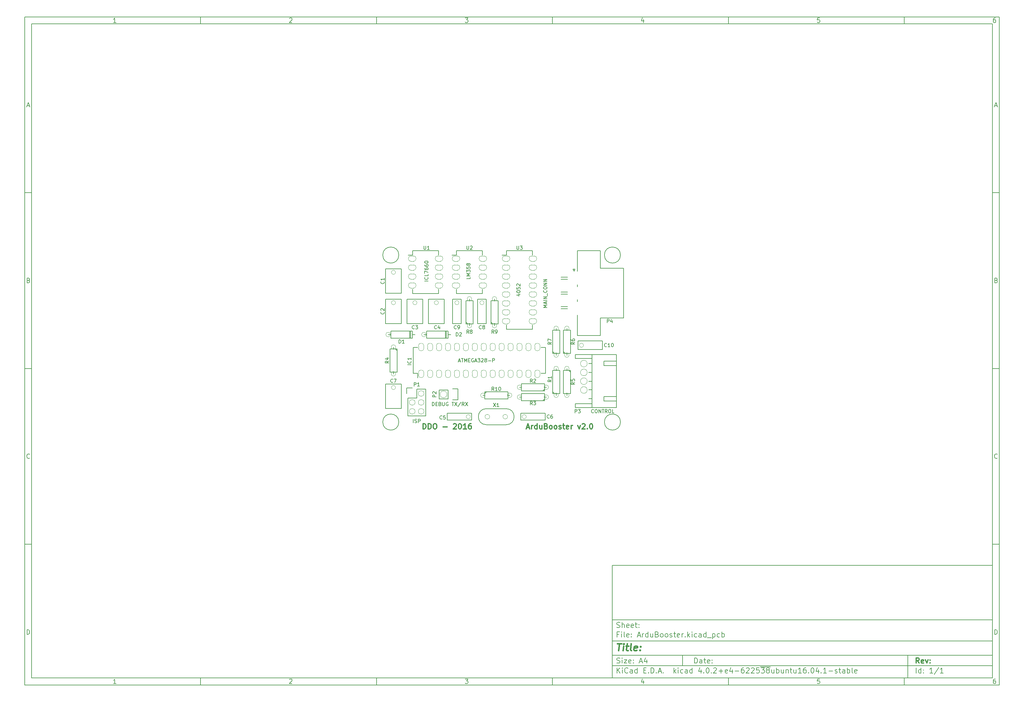
<source format=gto>
G04 #@! TF.FileFunction,Legend,Top*
%FSLAX46Y46*%
G04 Gerber Fmt 4.6, Leading zero omitted, Abs format (unit mm)*
G04 Created by KiCad (PCBNEW 4.0.2+e4-6225~38~ubuntu16.04.1-stable) date Sex 26 Ago 2016 17:21:22 BRT*
%MOMM*%
G01*
G04 APERTURE LIST*
%ADD10C,0.100000*%
%ADD11C,0.150000*%
%ADD12C,0.300000*%
%ADD13C,0.400000*%
G04 APERTURE END LIST*
D10*
D11*
X177002200Y-166007200D02*
X177002200Y-198007200D01*
X285002200Y-198007200D01*
X285002200Y-166007200D01*
X177002200Y-166007200D01*
D10*
D11*
X10000000Y-10000000D02*
X10000000Y-200007200D01*
X287002200Y-200007200D01*
X287002200Y-10000000D01*
X10000000Y-10000000D01*
D10*
D11*
X12000000Y-12000000D02*
X12000000Y-198007200D01*
X285002200Y-198007200D01*
X285002200Y-12000000D01*
X12000000Y-12000000D01*
D10*
D11*
X60000000Y-12000000D02*
X60000000Y-10000000D01*
D10*
D11*
X110000000Y-12000000D02*
X110000000Y-10000000D01*
D10*
D11*
X160000000Y-12000000D02*
X160000000Y-10000000D01*
D10*
D11*
X210000000Y-12000000D02*
X210000000Y-10000000D01*
D10*
D11*
X260000000Y-12000000D02*
X260000000Y-10000000D01*
D10*
D11*
X35990476Y-11588095D02*
X35247619Y-11588095D01*
X35619048Y-11588095D02*
X35619048Y-10288095D01*
X35495238Y-10473810D01*
X35371429Y-10597619D01*
X35247619Y-10659524D01*
D10*
D11*
X85247619Y-10411905D02*
X85309524Y-10350000D01*
X85433333Y-10288095D01*
X85742857Y-10288095D01*
X85866667Y-10350000D01*
X85928571Y-10411905D01*
X85990476Y-10535714D01*
X85990476Y-10659524D01*
X85928571Y-10845238D01*
X85185714Y-11588095D01*
X85990476Y-11588095D01*
D10*
D11*
X135185714Y-10288095D02*
X135990476Y-10288095D01*
X135557143Y-10783333D01*
X135742857Y-10783333D01*
X135866667Y-10845238D01*
X135928571Y-10907143D01*
X135990476Y-11030952D01*
X135990476Y-11340476D01*
X135928571Y-11464286D01*
X135866667Y-11526190D01*
X135742857Y-11588095D01*
X135371429Y-11588095D01*
X135247619Y-11526190D01*
X135185714Y-11464286D01*
D10*
D11*
X185866667Y-10721429D02*
X185866667Y-11588095D01*
X185557143Y-10226190D02*
X185247619Y-11154762D01*
X186052381Y-11154762D01*
D10*
D11*
X235928571Y-10288095D02*
X235309524Y-10288095D01*
X235247619Y-10907143D01*
X235309524Y-10845238D01*
X235433333Y-10783333D01*
X235742857Y-10783333D01*
X235866667Y-10845238D01*
X235928571Y-10907143D01*
X235990476Y-11030952D01*
X235990476Y-11340476D01*
X235928571Y-11464286D01*
X235866667Y-11526190D01*
X235742857Y-11588095D01*
X235433333Y-11588095D01*
X235309524Y-11526190D01*
X235247619Y-11464286D01*
D10*
D11*
X285866667Y-10288095D02*
X285619048Y-10288095D01*
X285495238Y-10350000D01*
X285433333Y-10411905D01*
X285309524Y-10597619D01*
X285247619Y-10845238D01*
X285247619Y-11340476D01*
X285309524Y-11464286D01*
X285371429Y-11526190D01*
X285495238Y-11588095D01*
X285742857Y-11588095D01*
X285866667Y-11526190D01*
X285928571Y-11464286D01*
X285990476Y-11340476D01*
X285990476Y-11030952D01*
X285928571Y-10907143D01*
X285866667Y-10845238D01*
X285742857Y-10783333D01*
X285495238Y-10783333D01*
X285371429Y-10845238D01*
X285309524Y-10907143D01*
X285247619Y-11030952D01*
D10*
D11*
X60000000Y-198007200D02*
X60000000Y-200007200D01*
D10*
D11*
X110000000Y-198007200D02*
X110000000Y-200007200D01*
D10*
D11*
X160000000Y-198007200D02*
X160000000Y-200007200D01*
D10*
D11*
X210000000Y-198007200D02*
X210000000Y-200007200D01*
D10*
D11*
X260000000Y-198007200D02*
X260000000Y-200007200D01*
D10*
D11*
X35990476Y-199595295D02*
X35247619Y-199595295D01*
X35619048Y-199595295D02*
X35619048Y-198295295D01*
X35495238Y-198481010D01*
X35371429Y-198604819D01*
X35247619Y-198666724D01*
D10*
D11*
X85247619Y-198419105D02*
X85309524Y-198357200D01*
X85433333Y-198295295D01*
X85742857Y-198295295D01*
X85866667Y-198357200D01*
X85928571Y-198419105D01*
X85990476Y-198542914D01*
X85990476Y-198666724D01*
X85928571Y-198852438D01*
X85185714Y-199595295D01*
X85990476Y-199595295D01*
D10*
D11*
X135185714Y-198295295D02*
X135990476Y-198295295D01*
X135557143Y-198790533D01*
X135742857Y-198790533D01*
X135866667Y-198852438D01*
X135928571Y-198914343D01*
X135990476Y-199038152D01*
X135990476Y-199347676D01*
X135928571Y-199471486D01*
X135866667Y-199533390D01*
X135742857Y-199595295D01*
X135371429Y-199595295D01*
X135247619Y-199533390D01*
X135185714Y-199471486D01*
D10*
D11*
X185866667Y-198728629D02*
X185866667Y-199595295D01*
X185557143Y-198233390D02*
X185247619Y-199161962D01*
X186052381Y-199161962D01*
D10*
D11*
X235928571Y-198295295D02*
X235309524Y-198295295D01*
X235247619Y-198914343D01*
X235309524Y-198852438D01*
X235433333Y-198790533D01*
X235742857Y-198790533D01*
X235866667Y-198852438D01*
X235928571Y-198914343D01*
X235990476Y-199038152D01*
X235990476Y-199347676D01*
X235928571Y-199471486D01*
X235866667Y-199533390D01*
X235742857Y-199595295D01*
X235433333Y-199595295D01*
X235309524Y-199533390D01*
X235247619Y-199471486D01*
D10*
D11*
X285866667Y-198295295D02*
X285619048Y-198295295D01*
X285495238Y-198357200D01*
X285433333Y-198419105D01*
X285309524Y-198604819D01*
X285247619Y-198852438D01*
X285247619Y-199347676D01*
X285309524Y-199471486D01*
X285371429Y-199533390D01*
X285495238Y-199595295D01*
X285742857Y-199595295D01*
X285866667Y-199533390D01*
X285928571Y-199471486D01*
X285990476Y-199347676D01*
X285990476Y-199038152D01*
X285928571Y-198914343D01*
X285866667Y-198852438D01*
X285742857Y-198790533D01*
X285495238Y-198790533D01*
X285371429Y-198852438D01*
X285309524Y-198914343D01*
X285247619Y-199038152D01*
D10*
D11*
X10000000Y-60000000D02*
X12000000Y-60000000D01*
D10*
D11*
X10000000Y-110000000D02*
X12000000Y-110000000D01*
D10*
D11*
X10000000Y-160000000D02*
X12000000Y-160000000D01*
D10*
D11*
X10690476Y-35216667D02*
X11309524Y-35216667D01*
X10566667Y-35588095D02*
X11000000Y-34288095D01*
X11433333Y-35588095D01*
D10*
D11*
X11092857Y-84907143D02*
X11278571Y-84969048D01*
X11340476Y-85030952D01*
X11402381Y-85154762D01*
X11402381Y-85340476D01*
X11340476Y-85464286D01*
X11278571Y-85526190D01*
X11154762Y-85588095D01*
X10659524Y-85588095D01*
X10659524Y-84288095D01*
X11092857Y-84288095D01*
X11216667Y-84350000D01*
X11278571Y-84411905D01*
X11340476Y-84535714D01*
X11340476Y-84659524D01*
X11278571Y-84783333D01*
X11216667Y-84845238D01*
X11092857Y-84907143D01*
X10659524Y-84907143D01*
D10*
D11*
X11402381Y-135464286D02*
X11340476Y-135526190D01*
X11154762Y-135588095D01*
X11030952Y-135588095D01*
X10845238Y-135526190D01*
X10721429Y-135402381D01*
X10659524Y-135278571D01*
X10597619Y-135030952D01*
X10597619Y-134845238D01*
X10659524Y-134597619D01*
X10721429Y-134473810D01*
X10845238Y-134350000D01*
X11030952Y-134288095D01*
X11154762Y-134288095D01*
X11340476Y-134350000D01*
X11402381Y-134411905D01*
D10*
D11*
X10659524Y-185588095D02*
X10659524Y-184288095D01*
X10969048Y-184288095D01*
X11154762Y-184350000D01*
X11278571Y-184473810D01*
X11340476Y-184597619D01*
X11402381Y-184845238D01*
X11402381Y-185030952D01*
X11340476Y-185278571D01*
X11278571Y-185402381D01*
X11154762Y-185526190D01*
X10969048Y-185588095D01*
X10659524Y-185588095D01*
D10*
D11*
X287002200Y-60000000D02*
X285002200Y-60000000D01*
D10*
D11*
X287002200Y-110000000D02*
X285002200Y-110000000D01*
D10*
D11*
X287002200Y-160000000D02*
X285002200Y-160000000D01*
D10*
D11*
X285692676Y-35216667D02*
X286311724Y-35216667D01*
X285568867Y-35588095D02*
X286002200Y-34288095D01*
X286435533Y-35588095D01*
D10*
D11*
X286095057Y-84907143D02*
X286280771Y-84969048D01*
X286342676Y-85030952D01*
X286404581Y-85154762D01*
X286404581Y-85340476D01*
X286342676Y-85464286D01*
X286280771Y-85526190D01*
X286156962Y-85588095D01*
X285661724Y-85588095D01*
X285661724Y-84288095D01*
X286095057Y-84288095D01*
X286218867Y-84350000D01*
X286280771Y-84411905D01*
X286342676Y-84535714D01*
X286342676Y-84659524D01*
X286280771Y-84783333D01*
X286218867Y-84845238D01*
X286095057Y-84907143D01*
X285661724Y-84907143D01*
D10*
D11*
X286404581Y-135464286D02*
X286342676Y-135526190D01*
X286156962Y-135588095D01*
X286033152Y-135588095D01*
X285847438Y-135526190D01*
X285723629Y-135402381D01*
X285661724Y-135278571D01*
X285599819Y-135030952D01*
X285599819Y-134845238D01*
X285661724Y-134597619D01*
X285723629Y-134473810D01*
X285847438Y-134350000D01*
X286033152Y-134288095D01*
X286156962Y-134288095D01*
X286342676Y-134350000D01*
X286404581Y-134411905D01*
D10*
D11*
X285661724Y-185588095D02*
X285661724Y-184288095D01*
X285971248Y-184288095D01*
X286156962Y-184350000D01*
X286280771Y-184473810D01*
X286342676Y-184597619D01*
X286404581Y-184845238D01*
X286404581Y-185030952D01*
X286342676Y-185278571D01*
X286280771Y-185402381D01*
X286156962Y-185526190D01*
X285971248Y-185588095D01*
X285661724Y-185588095D01*
D10*
D11*
X200359343Y-193785771D02*
X200359343Y-192285771D01*
X200716486Y-192285771D01*
X200930771Y-192357200D01*
X201073629Y-192500057D01*
X201145057Y-192642914D01*
X201216486Y-192928629D01*
X201216486Y-193142914D01*
X201145057Y-193428629D01*
X201073629Y-193571486D01*
X200930771Y-193714343D01*
X200716486Y-193785771D01*
X200359343Y-193785771D01*
X202502200Y-193785771D02*
X202502200Y-193000057D01*
X202430771Y-192857200D01*
X202287914Y-192785771D01*
X202002200Y-192785771D01*
X201859343Y-192857200D01*
X202502200Y-193714343D02*
X202359343Y-193785771D01*
X202002200Y-193785771D01*
X201859343Y-193714343D01*
X201787914Y-193571486D01*
X201787914Y-193428629D01*
X201859343Y-193285771D01*
X202002200Y-193214343D01*
X202359343Y-193214343D01*
X202502200Y-193142914D01*
X203002200Y-192785771D02*
X203573629Y-192785771D01*
X203216486Y-192285771D02*
X203216486Y-193571486D01*
X203287914Y-193714343D01*
X203430772Y-193785771D01*
X203573629Y-193785771D01*
X204645057Y-193714343D02*
X204502200Y-193785771D01*
X204216486Y-193785771D01*
X204073629Y-193714343D01*
X204002200Y-193571486D01*
X204002200Y-193000057D01*
X204073629Y-192857200D01*
X204216486Y-192785771D01*
X204502200Y-192785771D01*
X204645057Y-192857200D01*
X204716486Y-193000057D01*
X204716486Y-193142914D01*
X204002200Y-193285771D01*
X205359343Y-193642914D02*
X205430771Y-193714343D01*
X205359343Y-193785771D01*
X205287914Y-193714343D01*
X205359343Y-193642914D01*
X205359343Y-193785771D01*
X205359343Y-192857200D02*
X205430771Y-192928629D01*
X205359343Y-193000057D01*
X205287914Y-192928629D01*
X205359343Y-192857200D01*
X205359343Y-193000057D01*
D10*
D11*
X177002200Y-194507200D02*
X285002200Y-194507200D01*
D10*
D11*
X178359343Y-196585771D02*
X178359343Y-195085771D01*
X179216486Y-196585771D02*
X178573629Y-195728629D01*
X179216486Y-195085771D02*
X178359343Y-195942914D01*
X179859343Y-196585771D02*
X179859343Y-195585771D01*
X179859343Y-195085771D02*
X179787914Y-195157200D01*
X179859343Y-195228629D01*
X179930771Y-195157200D01*
X179859343Y-195085771D01*
X179859343Y-195228629D01*
X181430772Y-196442914D02*
X181359343Y-196514343D01*
X181145057Y-196585771D01*
X181002200Y-196585771D01*
X180787915Y-196514343D01*
X180645057Y-196371486D01*
X180573629Y-196228629D01*
X180502200Y-195942914D01*
X180502200Y-195728629D01*
X180573629Y-195442914D01*
X180645057Y-195300057D01*
X180787915Y-195157200D01*
X181002200Y-195085771D01*
X181145057Y-195085771D01*
X181359343Y-195157200D01*
X181430772Y-195228629D01*
X182716486Y-196585771D02*
X182716486Y-195800057D01*
X182645057Y-195657200D01*
X182502200Y-195585771D01*
X182216486Y-195585771D01*
X182073629Y-195657200D01*
X182716486Y-196514343D02*
X182573629Y-196585771D01*
X182216486Y-196585771D01*
X182073629Y-196514343D01*
X182002200Y-196371486D01*
X182002200Y-196228629D01*
X182073629Y-196085771D01*
X182216486Y-196014343D01*
X182573629Y-196014343D01*
X182716486Y-195942914D01*
X184073629Y-196585771D02*
X184073629Y-195085771D01*
X184073629Y-196514343D02*
X183930772Y-196585771D01*
X183645058Y-196585771D01*
X183502200Y-196514343D01*
X183430772Y-196442914D01*
X183359343Y-196300057D01*
X183359343Y-195871486D01*
X183430772Y-195728629D01*
X183502200Y-195657200D01*
X183645058Y-195585771D01*
X183930772Y-195585771D01*
X184073629Y-195657200D01*
X185930772Y-195800057D02*
X186430772Y-195800057D01*
X186645058Y-196585771D02*
X185930772Y-196585771D01*
X185930772Y-195085771D01*
X186645058Y-195085771D01*
X187287915Y-196442914D02*
X187359343Y-196514343D01*
X187287915Y-196585771D01*
X187216486Y-196514343D01*
X187287915Y-196442914D01*
X187287915Y-196585771D01*
X188002201Y-196585771D02*
X188002201Y-195085771D01*
X188359344Y-195085771D01*
X188573629Y-195157200D01*
X188716487Y-195300057D01*
X188787915Y-195442914D01*
X188859344Y-195728629D01*
X188859344Y-195942914D01*
X188787915Y-196228629D01*
X188716487Y-196371486D01*
X188573629Y-196514343D01*
X188359344Y-196585771D01*
X188002201Y-196585771D01*
X189502201Y-196442914D02*
X189573629Y-196514343D01*
X189502201Y-196585771D01*
X189430772Y-196514343D01*
X189502201Y-196442914D01*
X189502201Y-196585771D01*
X190145058Y-196157200D02*
X190859344Y-196157200D01*
X190002201Y-196585771D02*
X190502201Y-195085771D01*
X191002201Y-196585771D01*
X191502201Y-196442914D02*
X191573629Y-196514343D01*
X191502201Y-196585771D01*
X191430772Y-196514343D01*
X191502201Y-196442914D01*
X191502201Y-196585771D01*
X194502201Y-196585771D02*
X194502201Y-195085771D01*
X194645058Y-196014343D02*
X195073629Y-196585771D01*
X195073629Y-195585771D02*
X194502201Y-196157200D01*
X195716487Y-196585771D02*
X195716487Y-195585771D01*
X195716487Y-195085771D02*
X195645058Y-195157200D01*
X195716487Y-195228629D01*
X195787915Y-195157200D01*
X195716487Y-195085771D01*
X195716487Y-195228629D01*
X197073630Y-196514343D02*
X196930773Y-196585771D01*
X196645059Y-196585771D01*
X196502201Y-196514343D01*
X196430773Y-196442914D01*
X196359344Y-196300057D01*
X196359344Y-195871486D01*
X196430773Y-195728629D01*
X196502201Y-195657200D01*
X196645059Y-195585771D01*
X196930773Y-195585771D01*
X197073630Y-195657200D01*
X198359344Y-196585771D02*
X198359344Y-195800057D01*
X198287915Y-195657200D01*
X198145058Y-195585771D01*
X197859344Y-195585771D01*
X197716487Y-195657200D01*
X198359344Y-196514343D02*
X198216487Y-196585771D01*
X197859344Y-196585771D01*
X197716487Y-196514343D01*
X197645058Y-196371486D01*
X197645058Y-196228629D01*
X197716487Y-196085771D01*
X197859344Y-196014343D01*
X198216487Y-196014343D01*
X198359344Y-195942914D01*
X199716487Y-196585771D02*
X199716487Y-195085771D01*
X199716487Y-196514343D02*
X199573630Y-196585771D01*
X199287916Y-196585771D01*
X199145058Y-196514343D01*
X199073630Y-196442914D01*
X199002201Y-196300057D01*
X199002201Y-195871486D01*
X199073630Y-195728629D01*
X199145058Y-195657200D01*
X199287916Y-195585771D01*
X199573630Y-195585771D01*
X199716487Y-195657200D01*
X202216487Y-195585771D02*
X202216487Y-196585771D01*
X201859344Y-195014343D02*
X201502201Y-196085771D01*
X202430773Y-196085771D01*
X203002201Y-196442914D02*
X203073629Y-196514343D01*
X203002201Y-196585771D01*
X202930772Y-196514343D01*
X203002201Y-196442914D01*
X203002201Y-196585771D01*
X204002201Y-195085771D02*
X204145058Y-195085771D01*
X204287915Y-195157200D01*
X204359344Y-195228629D01*
X204430773Y-195371486D01*
X204502201Y-195657200D01*
X204502201Y-196014343D01*
X204430773Y-196300057D01*
X204359344Y-196442914D01*
X204287915Y-196514343D01*
X204145058Y-196585771D01*
X204002201Y-196585771D01*
X203859344Y-196514343D01*
X203787915Y-196442914D01*
X203716487Y-196300057D01*
X203645058Y-196014343D01*
X203645058Y-195657200D01*
X203716487Y-195371486D01*
X203787915Y-195228629D01*
X203859344Y-195157200D01*
X204002201Y-195085771D01*
X205145058Y-196442914D02*
X205216486Y-196514343D01*
X205145058Y-196585771D01*
X205073629Y-196514343D01*
X205145058Y-196442914D01*
X205145058Y-196585771D01*
X205787915Y-195228629D02*
X205859344Y-195157200D01*
X206002201Y-195085771D01*
X206359344Y-195085771D01*
X206502201Y-195157200D01*
X206573630Y-195228629D01*
X206645058Y-195371486D01*
X206645058Y-195514343D01*
X206573630Y-195728629D01*
X205716487Y-196585771D01*
X206645058Y-196585771D01*
X207287915Y-196014343D02*
X208430772Y-196014343D01*
X207859343Y-196585771D02*
X207859343Y-195442914D01*
X209716486Y-196514343D02*
X209573629Y-196585771D01*
X209287915Y-196585771D01*
X209145058Y-196514343D01*
X209073629Y-196371486D01*
X209073629Y-195800057D01*
X209145058Y-195657200D01*
X209287915Y-195585771D01*
X209573629Y-195585771D01*
X209716486Y-195657200D01*
X209787915Y-195800057D01*
X209787915Y-195942914D01*
X209073629Y-196085771D01*
X211073629Y-195585771D02*
X211073629Y-196585771D01*
X210716486Y-195014343D02*
X210359343Y-196085771D01*
X211287915Y-196085771D01*
X211859343Y-196014343D02*
X213002200Y-196014343D01*
X214359343Y-195085771D02*
X214073629Y-195085771D01*
X213930772Y-195157200D01*
X213859343Y-195228629D01*
X213716486Y-195442914D01*
X213645057Y-195728629D01*
X213645057Y-196300057D01*
X213716486Y-196442914D01*
X213787914Y-196514343D01*
X213930772Y-196585771D01*
X214216486Y-196585771D01*
X214359343Y-196514343D01*
X214430772Y-196442914D01*
X214502200Y-196300057D01*
X214502200Y-195942914D01*
X214430772Y-195800057D01*
X214359343Y-195728629D01*
X214216486Y-195657200D01*
X213930772Y-195657200D01*
X213787914Y-195728629D01*
X213716486Y-195800057D01*
X213645057Y-195942914D01*
X215073628Y-195228629D02*
X215145057Y-195157200D01*
X215287914Y-195085771D01*
X215645057Y-195085771D01*
X215787914Y-195157200D01*
X215859343Y-195228629D01*
X215930771Y-195371486D01*
X215930771Y-195514343D01*
X215859343Y-195728629D01*
X215002200Y-196585771D01*
X215930771Y-196585771D01*
X216502199Y-195228629D02*
X216573628Y-195157200D01*
X216716485Y-195085771D01*
X217073628Y-195085771D01*
X217216485Y-195157200D01*
X217287914Y-195228629D01*
X217359342Y-195371486D01*
X217359342Y-195514343D01*
X217287914Y-195728629D01*
X216430771Y-196585771D01*
X217359342Y-196585771D01*
X218716485Y-195085771D02*
X218002199Y-195085771D01*
X217930770Y-195800057D01*
X218002199Y-195728629D01*
X218145056Y-195657200D01*
X218502199Y-195657200D01*
X218645056Y-195728629D01*
X218716485Y-195800057D01*
X218787913Y-195942914D01*
X218787913Y-196300057D01*
X218716485Y-196442914D01*
X218645056Y-196514343D01*
X218502199Y-196585771D01*
X218145056Y-196585771D01*
X218002199Y-196514343D01*
X217930770Y-196442914D01*
X219287913Y-195085771D02*
X220216484Y-195085771D01*
X219716484Y-195657200D01*
X219930770Y-195657200D01*
X220073627Y-195728629D01*
X220145056Y-195800057D01*
X220216484Y-195942914D01*
X220216484Y-196300057D01*
X220145056Y-196442914D01*
X220073627Y-196514343D01*
X219930770Y-196585771D01*
X219502198Y-196585771D01*
X219359341Y-196514343D01*
X219287913Y-196442914D01*
X221073627Y-195728629D02*
X220930769Y-195657200D01*
X220859341Y-195585771D01*
X220787912Y-195442914D01*
X220787912Y-195371486D01*
X220859341Y-195228629D01*
X220930769Y-195157200D01*
X221073627Y-195085771D01*
X221359341Y-195085771D01*
X221502198Y-195157200D01*
X221573627Y-195228629D01*
X221645055Y-195371486D01*
X221645055Y-195442914D01*
X221573627Y-195585771D01*
X221502198Y-195657200D01*
X221359341Y-195728629D01*
X221073627Y-195728629D01*
X220930769Y-195800057D01*
X220859341Y-195871486D01*
X220787912Y-196014343D01*
X220787912Y-196300057D01*
X220859341Y-196442914D01*
X220930769Y-196514343D01*
X221073627Y-196585771D01*
X221359341Y-196585771D01*
X221502198Y-196514343D01*
X221573627Y-196442914D01*
X221645055Y-196300057D01*
X221645055Y-196014343D01*
X221573627Y-195871486D01*
X221502198Y-195800057D01*
X221359341Y-195728629D01*
X219073627Y-194827200D02*
X221930769Y-194827200D01*
X222930769Y-195585771D02*
X222930769Y-196585771D01*
X222287912Y-195585771D02*
X222287912Y-196371486D01*
X222359340Y-196514343D01*
X222502198Y-196585771D01*
X222716483Y-196585771D01*
X222859340Y-196514343D01*
X222930769Y-196442914D01*
X223645055Y-196585771D02*
X223645055Y-195085771D01*
X223645055Y-195657200D02*
X223787912Y-195585771D01*
X224073626Y-195585771D01*
X224216483Y-195657200D01*
X224287912Y-195728629D01*
X224359341Y-195871486D01*
X224359341Y-196300057D01*
X224287912Y-196442914D01*
X224216483Y-196514343D01*
X224073626Y-196585771D01*
X223787912Y-196585771D01*
X223645055Y-196514343D01*
X225645055Y-195585771D02*
X225645055Y-196585771D01*
X225002198Y-195585771D02*
X225002198Y-196371486D01*
X225073626Y-196514343D01*
X225216484Y-196585771D01*
X225430769Y-196585771D01*
X225573626Y-196514343D01*
X225645055Y-196442914D01*
X226359341Y-195585771D02*
X226359341Y-196585771D01*
X226359341Y-195728629D02*
X226430769Y-195657200D01*
X226573627Y-195585771D01*
X226787912Y-195585771D01*
X226930769Y-195657200D01*
X227002198Y-195800057D01*
X227002198Y-196585771D01*
X227502198Y-195585771D02*
X228073627Y-195585771D01*
X227716484Y-195085771D02*
X227716484Y-196371486D01*
X227787912Y-196514343D01*
X227930770Y-196585771D01*
X228073627Y-196585771D01*
X229216484Y-195585771D02*
X229216484Y-196585771D01*
X228573627Y-195585771D02*
X228573627Y-196371486D01*
X228645055Y-196514343D01*
X228787913Y-196585771D01*
X229002198Y-196585771D01*
X229145055Y-196514343D01*
X229216484Y-196442914D01*
X230716484Y-196585771D02*
X229859341Y-196585771D01*
X230287913Y-196585771D02*
X230287913Y-195085771D01*
X230145056Y-195300057D01*
X230002198Y-195442914D01*
X229859341Y-195514343D01*
X232002198Y-195085771D02*
X231716484Y-195085771D01*
X231573627Y-195157200D01*
X231502198Y-195228629D01*
X231359341Y-195442914D01*
X231287912Y-195728629D01*
X231287912Y-196300057D01*
X231359341Y-196442914D01*
X231430769Y-196514343D01*
X231573627Y-196585771D01*
X231859341Y-196585771D01*
X232002198Y-196514343D01*
X232073627Y-196442914D01*
X232145055Y-196300057D01*
X232145055Y-195942914D01*
X232073627Y-195800057D01*
X232002198Y-195728629D01*
X231859341Y-195657200D01*
X231573627Y-195657200D01*
X231430769Y-195728629D01*
X231359341Y-195800057D01*
X231287912Y-195942914D01*
X232787912Y-196442914D02*
X232859340Y-196514343D01*
X232787912Y-196585771D01*
X232716483Y-196514343D01*
X232787912Y-196442914D01*
X232787912Y-196585771D01*
X233787912Y-195085771D02*
X233930769Y-195085771D01*
X234073626Y-195157200D01*
X234145055Y-195228629D01*
X234216484Y-195371486D01*
X234287912Y-195657200D01*
X234287912Y-196014343D01*
X234216484Y-196300057D01*
X234145055Y-196442914D01*
X234073626Y-196514343D01*
X233930769Y-196585771D01*
X233787912Y-196585771D01*
X233645055Y-196514343D01*
X233573626Y-196442914D01*
X233502198Y-196300057D01*
X233430769Y-196014343D01*
X233430769Y-195657200D01*
X233502198Y-195371486D01*
X233573626Y-195228629D01*
X233645055Y-195157200D01*
X233787912Y-195085771D01*
X235573626Y-195585771D02*
X235573626Y-196585771D01*
X235216483Y-195014343D02*
X234859340Y-196085771D01*
X235787912Y-196085771D01*
X236359340Y-196442914D02*
X236430768Y-196514343D01*
X236359340Y-196585771D01*
X236287911Y-196514343D01*
X236359340Y-196442914D01*
X236359340Y-196585771D01*
X237859340Y-196585771D02*
X237002197Y-196585771D01*
X237430769Y-196585771D02*
X237430769Y-195085771D01*
X237287912Y-195300057D01*
X237145054Y-195442914D01*
X237002197Y-195514343D01*
X238502197Y-196014343D02*
X239645054Y-196014343D01*
X240287911Y-196514343D02*
X240430768Y-196585771D01*
X240716483Y-196585771D01*
X240859340Y-196514343D01*
X240930768Y-196371486D01*
X240930768Y-196300057D01*
X240859340Y-196157200D01*
X240716483Y-196085771D01*
X240502197Y-196085771D01*
X240359340Y-196014343D01*
X240287911Y-195871486D01*
X240287911Y-195800057D01*
X240359340Y-195657200D01*
X240502197Y-195585771D01*
X240716483Y-195585771D01*
X240859340Y-195657200D01*
X241359340Y-195585771D02*
X241930769Y-195585771D01*
X241573626Y-195085771D02*
X241573626Y-196371486D01*
X241645054Y-196514343D01*
X241787912Y-196585771D01*
X241930769Y-196585771D01*
X243073626Y-196585771D02*
X243073626Y-195800057D01*
X243002197Y-195657200D01*
X242859340Y-195585771D01*
X242573626Y-195585771D01*
X242430769Y-195657200D01*
X243073626Y-196514343D02*
X242930769Y-196585771D01*
X242573626Y-196585771D01*
X242430769Y-196514343D01*
X242359340Y-196371486D01*
X242359340Y-196228629D01*
X242430769Y-196085771D01*
X242573626Y-196014343D01*
X242930769Y-196014343D01*
X243073626Y-195942914D01*
X243787912Y-196585771D02*
X243787912Y-195085771D01*
X243787912Y-195657200D02*
X243930769Y-195585771D01*
X244216483Y-195585771D01*
X244359340Y-195657200D01*
X244430769Y-195728629D01*
X244502198Y-195871486D01*
X244502198Y-196300057D01*
X244430769Y-196442914D01*
X244359340Y-196514343D01*
X244216483Y-196585771D01*
X243930769Y-196585771D01*
X243787912Y-196514343D01*
X245359341Y-196585771D02*
X245216483Y-196514343D01*
X245145055Y-196371486D01*
X245145055Y-195085771D01*
X246502197Y-196514343D02*
X246359340Y-196585771D01*
X246073626Y-196585771D01*
X245930769Y-196514343D01*
X245859340Y-196371486D01*
X245859340Y-195800057D01*
X245930769Y-195657200D01*
X246073626Y-195585771D01*
X246359340Y-195585771D01*
X246502197Y-195657200D01*
X246573626Y-195800057D01*
X246573626Y-195942914D01*
X245859340Y-196085771D01*
D10*
D11*
X177002200Y-191507200D02*
X285002200Y-191507200D01*
D10*
D12*
X264216486Y-193785771D02*
X263716486Y-193071486D01*
X263359343Y-193785771D02*
X263359343Y-192285771D01*
X263930771Y-192285771D01*
X264073629Y-192357200D01*
X264145057Y-192428629D01*
X264216486Y-192571486D01*
X264216486Y-192785771D01*
X264145057Y-192928629D01*
X264073629Y-193000057D01*
X263930771Y-193071486D01*
X263359343Y-193071486D01*
X265430771Y-193714343D02*
X265287914Y-193785771D01*
X265002200Y-193785771D01*
X264859343Y-193714343D01*
X264787914Y-193571486D01*
X264787914Y-193000057D01*
X264859343Y-192857200D01*
X265002200Y-192785771D01*
X265287914Y-192785771D01*
X265430771Y-192857200D01*
X265502200Y-193000057D01*
X265502200Y-193142914D01*
X264787914Y-193285771D01*
X266002200Y-192785771D02*
X266359343Y-193785771D01*
X266716485Y-192785771D01*
X267287914Y-193642914D02*
X267359342Y-193714343D01*
X267287914Y-193785771D01*
X267216485Y-193714343D01*
X267287914Y-193642914D01*
X267287914Y-193785771D01*
X267287914Y-192857200D02*
X267359342Y-192928629D01*
X267287914Y-193000057D01*
X267216485Y-192928629D01*
X267287914Y-192857200D01*
X267287914Y-193000057D01*
D10*
D11*
X178287914Y-193714343D02*
X178502200Y-193785771D01*
X178859343Y-193785771D01*
X179002200Y-193714343D01*
X179073629Y-193642914D01*
X179145057Y-193500057D01*
X179145057Y-193357200D01*
X179073629Y-193214343D01*
X179002200Y-193142914D01*
X178859343Y-193071486D01*
X178573629Y-193000057D01*
X178430771Y-192928629D01*
X178359343Y-192857200D01*
X178287914Y-192714343D01*
X178287914Y-192571486D01*
X178359343Y-192428629D01*
X178430771Y-192357200D01*
X178573629Y-192285771D01*
X178930771Y-192285771D01*
X179145057Y-192357200D01*
X179787914Y-193785771D02*
X179787914Y-192785771D01*
X179787914Y-192285771D02*
X179716485Y-192357200D01*
X179787914Y-192428629D01*
X179859342Y-192357200D01*
X179787914Y-192285771D01*
X179787914Y-192428629D01*
X180359343Y-192785771D02*
X181145057Y-192785771D01*
X180359343Y-193785771D01*
X181145057Y-193785771D01*
X182287914Y-193714343D02*
X182145057Y-193785771D01*
X181859343Y-193785771D01*
X181716486Y-193714343D01*
X181645057Y-193571486D01*
X181645057Y-193000057D01*
X181716486Y-192857200D01*
X181859343Y-192785771D01*
X182145057Y-192785771D01*
X182287914Y-192857200D01*
X182359343Y-193000057D01*
X182359343Y-193142914D01*
X181645057Y-193285771D01*
X183002200Y-193642914D02*
X183073628Y-193714343D01*
X183002200Y-193785771D01*
X182930771Y-193714343D01*
X183002200Y-193642914D01*
X183002200Y-193785771D01*
X183002200Y-192857200D02*
X183073628Y-192928629D01*
X183002200Y-193000057D01*
X182930771Y-192928629D01*
X183002200Y-192857200D01*
X183002200Y-193000057D01*
X184787914Y-193357200D02*
X185502200Y-193357200D01*
X184645057Y-193785771D02*
X185145057Y-192285771D01*
X185645057Y-193785771D01*
X186787914Y-192785771D02*
X186787914Y-193785771D01*
X186430771Y-192214343D02*
X186073628Y-193285771D01*
X187002200Y-193285771D01*
D10*
D11*
X263359343Y-196585771D02*
X263359343Y-195085771D01*
X264716486Y-196585771D02*
X264716486Y-195085771D01*
X264716486Y-196514343D02*
X264573629Y-196585771D01*
X264287915Y-196585771D01*
X264145057Y-196514343D01*
X264073629Y-196442914D01*
X264002200Y-196300057D01*
X264002200Y-195871486D01*
X264073629Y-195728629D01*
X264145057Y-195657200D01*
X264287915Y-195585771D01*
X264573629Y-195585771D01*
X264716486Y-195657200D01*
X265430772Y-196442914D02*
X265502200Y-196514343D01*
X265430772Y-196585771D01*
X265359343Y-196514343D01*
X265430772Y-196442914D01*
X265430772Y-196585771D01*
X265430772Y-195657200D02*
X265502200Y-195728629D01*
X265430772Y-195800057D01*
X265359343Y-195728629D01*
X265430772Y-195657200D01*
X265430772Y-195800057D01*
X268073629Y-196585771D02*
X267216486Y-196585771D01*
X267645058Y-196585771D02*
X267645058Y-195085771D01*
X267502201Y-195300057D01*
X267359343Y-195442914D01*
X267216486Y-195514343D01*
X269787914Y-195014343D02*
X268502200Y-196942914D01*
X271073629Y-196585771D02*
X270216486Y-196585771D01*
X270645058Y-196585771D02*
X270645058Y-195085771D01*
X270502201Y-195300057D01*
X270359343Y-195442914D01*
X270216486Y-195514343D01*
D10*
D11*
X177002200Y-187507200D02*
X285002200Y-187507200D01*
D10*
D13*
X178454581Y-188211962D02*
X179597438Y-188211962D01*
X178776010Y-190211962D02*
X179026010Y-188211962D01*
X180014105Y-190211962D02*
X180180771Y-188878629D01*
X180264105Y-188211962D02*
X180156962Y-188307200D01*
X180240295Y-188402438D01*
X180347439Y-188307200D01*
X180264105Y-188211962D01*
X180240295Y-188402438D01*
X180847438Y-188878629D02*
X181609343Y-188878629D01*
X181216486Y-188211962D02*
X181002200Y-189926248D01*
X181073630Y-190116724D01*
X181252201Y-190211962D01*
X181442677Y-190211962D01*
X182395058Y-190211962D02*
X182216487Y-190116724D01*
X182145057Y-189926248D01*
X182359343Y-188211962D01*
X183930772Y-190116724D02*
X183728391Y-190211962D01*
X183347439Y-190211962D01*
X183168867Y-190116724D01*
X183097438Y-189926248D01*
X183192676Y-189164343D01*
X183311724Y-188973867D01*
X183514105Y-188878629D01*
X183895057Y-188878629D01*
X184073629Y-188973867D01*
X184145057Y-189164343D01*
X184121248Y-189354819D01*
X183145057Y-189545295D01*
X184895057Y-190021486D02*
X184978392Y-190116724D01*
X184871248Y-190211962D01*
X184787915Y-190116724D01*
X184895057Y-190021486D01*
X184871248Y-190211962D01*
X185026010Y-188973867D02*
X185109344Y-189069105D01*
X185002200Y-189164343D01*
X184918867Y-189069105D01*
X185026010Y-188973867D01*
X185002200Y-189164343D01*
D10*
D11*
X178859343Y-185600057D02*
X178359343Y-185600057D01*
X178359343Y-186385771D02*
X178359343Y-184885771D01*
X179073629Y-184885771D01*
X179645057Y-186385771D02*
X179645057Y-185385771D01*
X179645057Y-184885771D02*
X179573628Y-184957200D01*
X179645057Y-185028629D01*
X179716485Y-184957200D01*
X179645057Y-184885771D01*
X179645057Y-185028629D01*
X180573629Y-186385771D02*
X180430771Y-186314343D01*
X180359343Y-186171486D01*
X180359343Y-184885771D01*
X181716485Y-186314343D02*
X181573628Y-186385771D01*
X181287914Y-186385771D01*
X181145057Y-186314343D01*
X181073628Y-186171486D01*
X181073628Y-185600057D01*
X181145057Y-185457200D01*
X181287914Y-185385771D01*
X181573628Y-185385771D01*
X181716485Y-185457200D01*
X181787914Y-185600057D01*
X181787914Y-185742914D01*
X181073628Y-185885771D01*
X182430771Y-186242914D02*
X182502199Y-186314343D01*
X182430771Y-186385771D01*
X182359342Y-186314343D01*
X182430771Y-186242914D01*
X182430771Y-186385771D01*
X182430771Y-185457200D02*
X182502199Y-185528629D01*
X182430771Y-185600057D01*
X182359342Y-185528629D01*
X182430771Y-185457200D01*
X182430771Y-185600057D01*
X184216485Y-185957200D02*
X184930771Y-185957200D01*
X184073628Y-186385771D02*
X184573628Y-184885771D01*
X185073628Y-186385771D01*
X185573628Y-186385771D02*
X185573628Y-185385771D01*
X185573628Y-185671486D02*
X185645056Y-185528629D01*
X185716485Y-185457200D01*
X185859342Y-185385771D01*
X186002199Y-185385771D01*
X187145056Y-186385771D02*
X187145056Y-184885771D01*
X187145056Y-186314343D02*
X187002199Y-186385771D01*
X186716485Y-186385771D01*
X186573627Y-186314343D01*
X186502199Y-186242914D01*
X186430770Y-186100057D01*
X186430770Y-185671486D01*
X186502199Y-185528629D01*
X186573627Y-185457200D01*
X186716485Y-185385771D01*
X187002199Y-185385771D01*
X187145056Y-185457200D01*
X188502199Y-185385771D02*
X188502199Y-186385771D01*
X187859342Y-185385771D02*
X187859342Y-186171486D01*
X187930770Y-186314343D01*
X188073628Y-186385771D01*
X188287913Y-186385771D01*
X188430770Y-186314343D01*
X188502199Y-186242914D01*
X189716485Y-185600057D02*
X189930771Y-185671486D01*
X190002199Y-185742914D01*
X190073628Y-185885771D01*
X190073628Y-186100057D01*
X190002199Y-186242914D01*
X189930771Y-186314343D01*
X189787913Y-186385771D01*
X189216485Y-186385771D01*
X189216485Y-184885771D01*
X189716485Y-184885771D01*
X189859342Y-184957200D01*
X189930771Y-185028629D01*
X190002199Y-185171486D01*
X190002199Y-185314343D01*
X189930771Y-185457200D01*
X189859342Y-185528629D01*
X189716485Y-185600057D01*
X189216485Y-185600057D01*
X190930771Y-186385771D02*
X190787913Y-186314343D01*
X190716485Y-186242914D01*
X190645056Y-186100057D01*
X190645056Y-185671486D01*
X190716485Y-185528629D01*
X190787913Y-185457200D01*
X190930771Y-185385771D01*
X191145056Y-185385771D01*
X191287913Y-185457200D01*
X191359342Y-185528629D01*
X191430771Y-185671486D01*
X191430771Y-186100057D01*
X191359342Y-186242914D01*
X191287913Y-186314343D01*
X191145056Y-186385771D01*
X190930771Y-186385771D01*
X192287914Y-186385771D02*
X192145056Y-186314343D01*
X192073628Y-186242914D01*
X192002199Y-186100057D01*
X192002199Y-185671486D01*
X192073628Y-185528629D01*
X192145056Y-185457200D01*
X192287914Y-185385771D01*
X192502199Y-185385771D01*
X192645056Y-185457200D01*
X192716485Y-185528629D01*
X192787914Y-185671486D01*
X192787914Y-186100057D01*
X192716485Y-186242914D01*
X192645056Y-186314343D01*
X192502199Y-186385771D01*
X192287914Y-186385771D01*
X193359342Y-186314343D02*
X193502199Y-186385771D01*
X193787914Y-186385771D01*
X193930771Y-186314343D01*
X194002199Y-186171486D01*
X194002199Y-186100057D01*
X193930771Y-185957200D01*
X193787914Y-185885771D01*
X193573628Y-185885771D01*
X193430771Y-185814343D01*
X193359342Y-185671486D01*
X193359342Y-185600057D01*
X193430771Y-185457200D01*
X193573628Y-185385771D01*
X193787914Y-185385771D01*
X193930771Y-185457200D01*
X194430771Y-185385771D02*
X195002200Y-185385771D01*
X194645057Y-184885771D02*
X194645057Y-186171486D01*
X194716485Y-186314343D01*
X194859343Y-186385771D01*
X195002200Y-186385771D01*
X196073628Y-186314343D02*
X195930771Y-186385771D01*
X195645057Y-186385771D01*
X195502200Y-186314343D01*
X195430771Y-186171486D01*
X195430771Y-185600057D01*
X195502200Y-185457200D01*
X195645057Y-185385771D01*
X195930771Y-185385771D01*
X196073628Y-185457200D01*
X196145057Y-185600057D01*
X196145057Y-185742914D01*
X195430771Y-185885771D01*
X196787914Y-186385771D02*
X196787914Y-185385771D01*
X196787914Y-185671486D02*
X196859342Y-185528629D01*
X196930771Y-185457200D01*
X197073628Y-185385771D01*
X197216485Y-185385771D01*
X197716485Y-186242914D02*
X197787913Y-186314343D01*
X197716485Y-186385771D01*
X197645056Y-186314343D01*
X197716485Y-186242914D01*
X197716485Y-186385771D01*
X198430771Y-186385771D02*
X198430771Y-184885771D01*
X198573628Y-185814343D02*
X199002199Y-186385771D01*
X199002199Y-185385771D02*
X198430771Y-185957200D01*
X199645057Y-186385771D02*
X199645057Y-185385771D01*
X199645057Y-184885771D02*
X199573628Y-184957200D01*
X199645057Y-185028629D01*
X199716485Y-184957200D01*
X199645057Y-184885771D01*
X199645057Y-185028629D01*
X201002200Y-186314343D02*
X200859343Y-186385771D01*
X200573629Y-186385771D01*
X200430771Y-186314343D01*
X200359343Y-186242914D01*
X200287914Y-186100057D01*
X200287914Y-185671486D01*
X200359343Y-185528629D01*
X200430771Y-185457200D01*
X200573629Y-185385771D01*
X200859343Y-185385771D01*
X201002200Y-185457200D01*
X202287914Y-186385771D02*
X202287914Y-185600057D01*
X202216485Y-185457200D01*
X202073628Y-185385771D01*
X201787914Y-185385771D01*
X201645057Y-185457200D01*
X202287914Y-186314343D02*
X202145057Y-186385771D01*
X201787914Y-186385771D01*
X201645057Y-186314343D01*
X201573628Y-186171486D01*
X201573628Y-186028629D01*
X201645057Y-185885771D01*
X201787914Y-185814343D01*
X202145057Y-185814343D01*
X202287914Y-185742914D01*
X203645057Y-186385771D02*
X203645057Y-184885771D01*
X203645057Y-186314343D02*
X203502200Y-186385771D01*
X203216486Y-186385771D01*
X203073628Y-186314343D01*
X203002200Y-186242914D01*
X202930771Y-186100057D01*
X202930771Y-185671486D01*
X203002200Y-185528629D01*
X203073628Y-185457200D01*
X203216486Y-185385771D01*
X203502200Y-185385771D01*
X203645057Y-185457200D01*
X204002200Y-186528629D02*
X205145057Y-186528629D01*
X205502200Y-185385771D02*
X205502200Y-186885771D01*
X205502200Y-185457200D02*
X205645057Y-185385771D01*
X205930771Y-185385771D01*
X206073628Y-185457200D01*
X206145057Y-185528629D01*
X206216486Y-185671486D01*
X206216486Y-186100057D01*
X206145057Y-186242914D01*
X206073628Y-186314343D01*
X205930771Y-186385771D01*
X205645057Y-186385771D01*
X205502200Y-186314343D01*
X207502200Y-186314343D02*
X207359343Y-186385771D01*
X207073629Y-186385771D01*
X206930771Y-186314343D01*
X206859343Y-186242914D01*
X206787914Y-186100057D01*
X206787914Y-185671486D01*
X206859343Y-185528629D01*
X206930771Y-185457200D01*
X207073629Y-185385771D01*
X207359343Y-185385771D01*
X207502200Y-185457200D01*
X208145057Y-186385771D02*
X208145057Y-184885771D01*
X208145057Y-185457200D02*
X208287914Y-185385771D01*
X208573628Y-185385771D01*
X208716485Y-185457200D01*
X208787914Y-185528629D01*
X208859343Y-185671486D01*
X208859343Y-186100057D01*
X208787914Y-186242914D01*
X208716485Y-186314343D01*
X208573628Y-186385771D01*
X208287914Y-186385771D01*
X208145057Y-186314343D01*
D10*
D11*
X177002200Y-181507200D02*
X285002200Y-181507200D01*
D10*
D11*
X178287914Y-183614343D02*
X178502200Y-183685771D01*
X178859343Y-183685771D01*
X179002200Y-183614343D01*
X179073629Y-183542914D01*
X179145057Y-183400057D01*
X179145057Y-183257200D01*
X179073629Y-183114343D01*
X179002200Y-183042914D01*
X178859343Y-182971486D01*
X178573629Y-182900057D01*
X178430771Y-182828629D01*
X178359343Y-182757200D01*
X178287914Y-182614343D01*
X178287914Y-182471486D01*
X178359343Y-182328629D01*
X178430771Y-182257200D01*
X178573629Y-182185771D01*
X178930771Y-182185771D01*
X179145057Y-182257200D01*
X179787914Y-183685771D02*
X179787914Y-182185771D01*
X180430771Y-183685771D02*
X180430771Y-182900057D01*
X180359342Y-182757200D01*
X180216485Y-182685771D01*
X180002200Y-182685771D01*
X179859342Y-182757200D01*
X179787914Y-182828629D01*
X181716485Y-183614343D02*
X181573628Y-183685771D01*
X181287914Y-183685771D01*
X181145057Y-183614343D01*
X181073628Y-183471486D01*
X181073628Y-182900057D01*
X181145057Y-182757200D01*
X181287914Y-182685771D01*
X181573628Y-182685771D01*
X181716485Y-182757200D01*
X181787914Y-182900057D01*
X181787914Y-183042914D01*
X181073628Y-183185771D01*
X183002199Y-183614343D02*
X182859342Y-183685771D01*
X182573628Y-183685771D01*
X182430771Y-183614343D01*
X182359342Y-183471486D01*
X182359342Y-182900057D01*
X182430771Y-182757200D01*
X182573628Y-182685771D01*
X182859342Y-182685771D01*
X183002199Y-182757200D01*
X183073628Y-182900057D01*
X183073628Y-183042914D01*
X182359342Y-183185771D01*
X183502199Y-182685771D02*
X184073628Y-182685771D01*
X183716485Y-182185771D02*
X183716485Y-183471486D01*
X183787913Y-183614343D01*
X183930771Y-183685771D01*
X184073628Y-183685771D01*
X184573628Y-183542914D02*
X184645056Y-183614343D01*
X184573628Y-183685771D01*
X184502199Y-183614343D01*
X184573628Y-183542914D01*
X184573628Y-183685771D01*
X184573628Y-182757200D02*
X184645056Y-182828629D01*
X184573628Y-182900057D01*
X184502199Y-182828629D01*
X184573628Y-182757200D01*
X184573628Y-182900057D01*
D10*
D11*
X197002200Y-191507200D02*
X197002200Y-194507200D01*
D10*
D11*
X261002200Y-191507200D02*
X261002200Y-198007200D01*
D12*
X123190858Y-127170571D02*
X123190858Y-125670571D01*
X123548001Y-125670571D01*
X123762286Y-125742000D01*
X123905144Y-125884857D01*
X123976572Y-126027714D01*
X124048001Y-126313429D01*
X124048001Y-126527714D01*
X123976572Y-126813429D01*
X123905144Y-126956286D01*
X123762286Y-127099143D01*
X123548001Y-127170571D01*
X123190858Y-127170571D01*
X124690858Y-127170571D02*
X124690858Y-125670571D01*
X125048001Y-125670571D01*
X125262286Y-125742000D01*
X125405144Y-125884857D01*
X125476572Y-126027714D01*
X125548001Y-126313429D01*
X125548001Y-126527714D01*
X125476572Y-126813429D01*
X125405144Y-126956286D01*
X125262286Y-127099143D01*
X125048001Y-127170571D01*
X124690858Y-127170571D01*
X126476572Y-125670571D02*
X126762286Y-125670571D01*
X126905144Y-125742000D01*
X127048001Y-125884857D01*
X127119429Y-126170571D01*
X127119429Y-126670571D01*
X127048001Y-126956286D01*
X126905144Y-127099143D01*
X126762286Y-127170571D01*
X126476572Y-127170571D01*
X126333715Y-127099143D01*
X126190858Y-126956286D01*
X126119429Y-126670571D01*
X126119429Y-126170571D01*
X126190858Y-125884857D01*
X126333715Y-125742000D01*
X126476572Y-125670571D01*
X128905144Y-126599143D02*
X130048001Y-126599143D01*
X131833715Y-125813429D02*
X131905144Y-125742000D01*
X132048001Y-125670571D01*
X132405144Y-125670571D01*
X132548001Y-125742000D01*
X132619430Y-125813429D01*
X132690858Y-125956286D01*
X132690858Y-126099143D01*
X132619430Y-126313429D01*
X131762287Y-127170571D01*
X132690858Y-127170571D01*
X133619429Y-125670571D02*
X133762286Y-125670571D01*
X133905143Y-125742000D01*
X133976572Y-125813429D01*
X134048001Y-125956286D01*
X134119429Y-126242000D01*
X134119429Y-126599143D01*
X134048001Y-126884857D01*
X133976572Y-127027714D01*
X133905143Y-127099143D01*
X133762286Y-127170571D01*
X133619429Y-127170571D01*
X133476572Y-127099143D01*
X133405143Y-127027714D01*
X133333715Y-126884857D01*
X133262286Y-126599143D01*
X133262286Y-126242000D01*
X133333715Y-125956286D01*
X133405143Y-125813429D01*
X133476572Y-125742000D01*
X133619429Y-125670571D01*
X135548000Y-127170571D02*
X134690857Y-127170571D01*
X135119429Y-127170571D02*
X135119429Y-125670571D01*
X134976572Y-125884857D01*
X134833714Y-126027714D01*
X134690857Y-126099143D01*
X136833714Y-125670571D02*
X136548000Y-125670571D01*
X136405143Y-125742000D01*
X136333714Y-125813429D01*
X136190857Y-126027714D01*
X136119428Y-126313429D01*
X136119428Y-126884857D01*
X136190857Y-127027714D01*
X136262285Y-127099143D01*
X136405143Y-127170571D01*
X136690857Y-127170571D01*
X136833714Y-127099143D01*
X136905143Y-127027714D01*
X136976571Y-126884857D01*
X136976571Y-126527714D01*
X136905143Y-126384857D01*
X136833714Y-126313429D01*
X136690857Y-126242000D01*
X136405143Y-126242000D01*
X136262285Y-126313429D01*
X136190857Y-126384857D01*
X136119428Y-126527714D01*
X152694858Y-126742000D02*
X153409144Y-126742000D01*
X152552001Y-127170571D02*
X153052001Y-125670571D01*
X153552001Y-127170571D01*
X154052001Y-127170571D02*
X154052001Y-126170571D01*
X154052001Y-126456286D02*
X154123429Y-126313429D01*
X154194858Y-126242000D01*
X154337715Y-126170571D01*
X154480572Y-126170571D01*
X155623429Y-127170571D02*
X155623429Y-125670571D01*
X155623429Y-127099143D02*
X155480572Y-127170571D01*
X155194858Y-127170571D01*
X155052000Y-127099143D01*
X154980572Y-127027714D01*
X154909143Y-126884857D01*
X154909143Y-126456286D01*
X154980572Y-126313429D01*
X155052000Y-126242000D01*
X155194858Y-126170571D01*
X155480572Y-126170571D01*
X155623429Y-126242000D01*
X156980572Y-126170571D02*
X156980572Y-127170571D01*
X156337715Y-126170571D02*
X156337715Y-126956286D01*
X156409143Y-127099143D01*
X156552001Y-127170571D01*
X156766286Y-127170571D01*
X156909143Y-127099143D01*
X156980572Y-127027714D01*
X158194858Y-126384857D02*
X158409144Y-126456286D01*
X158480572Y-126527714D01*
X158552001Y-126670571D01*
X158552001Y-126884857D01*
X158480572Y-127027714D01*
X158409144Y-127099143D01*
X158266286Y-127170571D01*
X157694858Y-127170571D01*
X157694858Y-125670571D01*
X158194858Y-125670571D01*
X158337715Y-125742000D01*
X158409144Y-125813429D01*
X158480572Y-125956286D01*
X158480572Y-126099143D01*
X158409144Y-126242000D01*
X158337715Y-126313429D01*
X158194858Y-126384857D01*
X157694858Y-126384857D01*
X159409144Y-127170571D02*
X159266286Y-127099143D01*
X159194858Y-127027714D01*
X159123429Y-126884857D01*
X159123429Y-126456286D01*
X159194858Y-126313429D01*
X159266286Y-126242000D01*
X159409144Y-126170571D01*
X159623429Y-126170571D01*
X159766286Y-126242000D01*
X159837715Y-126313429D01*
X159909144Y-126456286D01*
X159909144Y-126884857D01*
X159837715Y-127027714D01*
X159766286Y-127099143D01*
X159623429Y-127170571D01*
X159409144Y-127170571D01*
X160766287Y-127170571D02*
X160623429Y-127099143D01*
X160552001Y-127027714D01*
X160480572Y-126884857D01*
X160480572Y-126456286D01*
X160552001Y-126313429D01*
X160623429Y-126242000D01*
X160766287Y-126170571D01*
X160980572Y-126170571D01*
X161123429Y-126242000D01*
X161194858Y-126313429D01*
X161266287Y-126456286D01*
X161266287Y-126884857D01*
X161194858Y-127027714D01*
X161123429Y-127099143D01*
X160980572Y-127170571D01*
X160766287Y-127170571D01*
X161837715Y-127099143D02*
X161980572Y-127170571D01*
X162266287Y-127170571D01*
X162409144Y-127099143D01*
X162480572Y-126956286D01*
X162480572Y-126884857D01*
X162409144Y-126742000D01*
X162266287Y-126670571D01*
X162052001Y-126670571D01*
X161909144Y-126599143D01*
X161837715Y-126456286D01*
X161837715Y-126384857D01*
X161909144Y-126242000D01*
X162052001Y-126170571D01*
X162266287Y-126170571D01*
X162409144Y-126242000D01*
X162909144Y-126170571D02*
X163480573Y-126170571D01*
X163123430Y-125670571D02*
X163123430Y-126956286D01*
X163194858Y-127099143D01*
X163337716Y-127170571D01*
X163480573Y-127170571D01*
X164552001Y-127099143D02*
X164409144Y-127170571D01*
X164123430Y-127170571D01*
X163980573Y-127099143D01*
X163909144Y-126956286D01*
X163909144Y-126384857D01*
X163980573Y-126242000D01*
X164123430Y-126170571D01*
X164409144Y-126170571D01*
X164552001Y-126242000D01*
X164623430Y-126384857D01*
X164623430Y-126527714D01*
X163909144Y-126670571D01*
X165266287Y-127170571D02*
X165266287Y-126170571D01*
X165266287Y-126456286D02*
X165337715Y-126313429D01*
X165409144Y-126242000D01*
X165552001Y-126170571D01*
X165694858Y-126170571D01*
X167194858Y-126170571D02*
X167552001Y-127170571D01*
X167909143Y-126170571D01*
X168409143Y-125813429D02*
X168480572Y-125742000D01*
X168623429Y-125670571D01*
X168980572Y-125670571D01*
X169123429Y-125742000D01*
X169194858Y-125813429D01*
X169266286Y-125956286D01*
X169266286Y-126099143D01*
X169194858Y-126313429D01*
X168337715Y-127170571D01*
X169266286Y-127170571D01*
X169909143Y-127027714D02*
X169980571Y-127099143D01*
X169909143Y-127170571D01*
X169837714Y-127099143D01*
X169909143Y-127027714D01*
X169909143Y-127170571D01*
X170909143Y-125670571D02*
X171052000Y-125670571D01*
X171194857Y-125742000D01*
X171266286Y-125813429D01*
X171337715Y-125956286D01*
X171409143Y-126242000D01*
X171409143Y-126599143D01*
X171337715Y-126884857D01*
X171266286Y-127027714D01*
X171194857Y-127099143D01*
X171052000Y-127170571D01*
X170909143Y-127170571D01*
X170766286Y-127099143D01*
X170694857Y-127027714D01*
X170623429Y-126884857D01*
X170552000Y-126599143D01*
X170552000Y-126242000D01*
X170623429Y-125956286D01*
X170694857Y-125813429D01*
X170766286Y-125742000D01*
X170909143Y-125670571D01*
D11*
X116332000Y-77724000D02*
G75*
G03X116332000Y-77724000I-2286000J0D01*
G01*
X179324000Y-77724000D02*
G75*
G03X179324000Y-77724000I-2286000J0D01*
G01*
X179324000Y-125222000D02*
G75*
G03X179324000Y-125222000I-2286000J0D01*
G01*
X116332000Y-125222000D02*
G75*
G03X116332000Y-125222000I-2286000J0D01*
G01*
X120277000Y-76445000D02*
X120277000Y-77715000D01*
X127627000Y-76445000D02*
X127627000Y-77715000D01*
X127627000Y-88655000D02*
X127627000Y-87385000D01*
X120277000Y-88655000D02*
X120277000Y-87385000D01*
X120277000Y-76445000D02*
X127627000Y-76445000D01*
X120277000Y-88655000D02*
X127627000Y-88655000D01*
X120277000Y-77715000D02*
X118992000Y-77715000D01*
X112558000Y-88630000D02*
X112558000Y-81630000D01*
X112558000Y-81630000D02*
X117058000Y-81630000D01*
X117058000Y-81630000D02*
X117058000Y-88630000D01*
X117058000Y-88630000D02*
X112558000Y-88630000D01*
X112558000Y-97266000D02*
X112558000Y-90266000D01*
X112558000Y-90266000D02*
X117058000Y-90266000D01*
X117058000Y-90266000D02*
X117058000Y-97266000D01*
X117058000Y-97266000D02*
X112558000Y-97266000D01*
X118654000Y-97266000D02*
X118654000Y-90266000D01*
X118654000Y-90266000D02*
X123154000Y-90266000D01*
X123154000Y-90266000D02*
X123154000Y-97266000D01*
X123154000Y-97266000D02*
X118654000Y-97266000D01*
X124750000Y-97266000D02*
X124750000Y-90266000D01*
X124750000Y-90266000D02*
X129250000Y-90266000D01*
X129250000Y-90266000D02*
X129250000Y-97266000D01*
X129250000Y-97266000D02*
X124750000Y-97266000D01*
X130064000Y-122698000D02*
X137064000Y-122698000D01*
X137064000Y-122698000D02*
X137064000Y-124698000D01*
X137064000Y-124698000D02*
X130064000Y-124698000D01*
X130064000Y-124698000D02*
X130064000Y-122698000D01*
X157972000Y-124698000D02*
X150972000Y-124698000D01*
X150972000Y-124698000D02*
X150972000Y-122698000D01*
X150972000Y-122698000D02*
X157972000Y-122698000D01*
X157972000Y-122698000D02*
X157972000Y-124698000D01*
X112558000Y-121396000D02*
X112558000Y-114396000D01*
X112558000Y-114396000D02*
X117058000Y-114396000D01*
X117058000Y-114396000D02*
X117058000Y-121396000D01*
X117058000Y-121396000D02*
X112558000Y-121396000D01*
X138704000Y-97266000D02*
X138704000Y-90266000D01*
X138704000Y-90266000D02*
X141204000Y-90266000D01*
X141204000Y-90266000D02*
X141204000Y-97266000D01*
X141204000Y-97266000D02*
X138704000Y-97266000D01*
X131592000Y-97266000D02*
X131592000Y-90266000D01*
X131592000Y-90266000D02*
X134092000Y-90266000D01*
X134092000Y-90266000D02*
X134092000Y-97266000D01*
X134092000Y-97266000D02*
X131592000Y-97266000D01*
X174228000Y-104628000D02*
X167228000Y-104628000D01*
X167228000Y-104628000D02*
X167228000Y-102128000D01*
X167228000Y-102128000D02*
X174228000Y-102128000D01*
X174228000Y-102128000D02*
X174228000Y-104628000D01*
X120904000Y-100330000D02*
X120142000Y-100330000D01*
X120142000Y-100330000D02*
X120142000Y-99314000D01*
X120142000Y-99314000D02*
X114046000Y-99314000D01*
X114046000Y-99314000D02*
X114046000Y-100330000D01*
X114046000Y-100330000D02*
X113284000Y-100330000D01*
X114046000Y-100330000D02*
X114046000Y-101346000D01*
X114046000Y-101346000D02*
X120142000Y-101346000D01*
X120142000Y-101346000D02*
X120142000Y-100330000D01*
X119634000Y-99314000D02*
X119634000Y-101346000D01*
X119380000Y-101346000D02*
X119380000Y-99314000D01*
X131064000Y-100330000D02*
X130302000Y-100330000D01*
X130302000Y-100330000D02*
X130302000Y-99314000D01*
X130302000Y-99314000D02*
X124206000Y-99314000D01*
X124206000Y-99314000D02*
X124206000Y-100330000D01*
X124206000Y-100330000D02*
X123444000Y-100330000D01*
X124206000Y-100330000D02*
X124206000Y-101346000D01*
X124206000Y-101346000D02*
X130302000Y-101346000D01*
X130302000Y-101346000D02*
X130302000Y-100330000D01*
X129794000Y-99314000D02*
X129794000Y-101346000D01*
X129540000Y-101346000D02*
X129540000Y-99314000D01*
X120387000Y-111371000D02*
X121657000Y-111371000D01*
X120387000Y-104021000D02*
X121657000Y-104021000D01*
X157997000Y-104021000D02*
X156727000Y-104021000D01*
X157997000Y-111371000D02*
X156727000Y-111371000D01*
X120387000Y-111371000D02*
X120387000Y-104021000D01*
X157997000Y-111371000D02*
X157997000Y-104021000D01*
X121657000Y-111371000D02*
X121657000Y-112656000D01*
X118872000Y-118364000D02*
X118872000Y-123444000D01*
X118592000Y-115544000D02*
X120142000Y-115544000D01*
X121412000Y-115824000D02*
X121412000Y-118364000D01*
X121412000Y-118364000D02*
X118872000Y-118364000D01*
X118872000Y-123444000D02*
X123952000Y-123444000D01*
X123952000Y-123444000D02*
X123952000Y-118364000D01*
X118592000Y-115544000D02*
X118592000Y-117094000D01*
X123952000Y-115824000D02*
X121412000Y-115824000D01*
X123952000Y-118364000D02*
X123952000Y-115824000D01*
X130302000Y-118618000D02*
X127762000Y-118618000D01*
X133122000Y-118898000D02*
X131572000Y-118898000D01*
X130302000Y-118618000D02*
X130302000Y-116078000D01*
X131572000Y-115798000D02*
X133122000Y-115798000D01*
X133122000Y-115798000D02*
X133122000Y-118898000D01*
X130302000Y-116078000D02*
X127762000Y-116078000D01*
X127762000Y-116078000D02*
X127762000Y-118618000D01*
X171196000Y-108559600D02*
X170307000Y-108559600D01*
X171069000Y-111099600D02*
X170307000Y-111099600D01*
X171196000Y-113639600D02*
X170307000Y-113639600D01*
X170307000Y-116052600D02*
X171196000Y-116052600D01*
X171196000Y-118592600D02*
X170307000Y-118592600D01*
X178181000Y-109194600D02*
X174625000Y-109194600D01*
X174625000Y-109194600D02*
X174625000Y-107924600D01*
X174625000Y-107924600D02*
X178181000Y-107924600D01*
X178181000Y-119227600D02*
X174625000Y-119227600D01*
X174625000Y-119227600D02*
X174625000Y-117957600D01*
X174625000Y-117957600D02*
X178181000Y-117957600D01*
X171196000Y-106019600D02*
X166497000Y-106019600D01*
X166497000Y-106019600D02*
X166497000Y-107162600D01*
X166497000Y-107162600D02*
X171196000Y-107162600D01*
X166497000Y-121132600D02*
X166497000Y-119989600D01*
X166497000Y-119989600D02*
X171196000Y-119989600D01*
X171323000Y-121132600D02*
X166497000Y-121132600D01*
X171196000Y-121132600D02*
X171196000Y-106019600D01*
X171196000Y-106019600D02*
X178181000Y-106019600D01*
X178181000Y-106019600D02*
X178181000Y-121132600D01*
X178181000Y-121132600D02*
X171196000Y-121132600D01*
X180166000Y-88528000D02*
X180166000Y-81478000D01*
X180166000Y-81478000D02*
X180166000Y-81478000D01*
X180166000Y-81478000D02*
X173566000Y-81478000D01*
X173566000Y-81478000D02*
X173566000Y-76478000D01*
X173566000Y-76478000D02*
X167066000Y-76478000D01*
X167066000Y-76478000D02*
X167066000Y-82328000D01*
X180166000Y-88528000D02*
X180166000Y-95578000D01*
X180166000Y-95578000D02*
X180166000Y-95578000D01*
X180166000Y-95578000D02*
X173566000Y-95578000D01*
X173566000Y-95578000D02*
X173566000Y-100578000D01*
X173566000Y-100578000D02*
X167066000Y-100578000D01*
X167066000Y-100578000D02*
X167066000Y-94728000D01*
X164316000Y-84028000D02*
X162416000Y-84028000D01*
X164316000Y-84628000D02*
X162416000Y-84628000D01*
X164316000Y-88228000D02*
X162416000Y-88228000D01*
X164316000Y-88828000D02*
X162416000Y-88828000D01*
X164316000Y-92428000D02*
X162416000Y-92428000D01*
X164316000Y-93028000D02*
X162416000Y-93028000D01*
X167116000Y-86128000D02*
X167116000Y-86728000D01*
X167116000Y-90328000D02*
X167116000Y-90928000D01*
X166116000Y-82328000D02*
X165816000Y-81728000D01*
X165816000Y-81728000D02*
X166416000Y-81728000D01*
X166416000Y-81728000D02*
X166116000Y-82328000D01*
X161036000Y-117602000D02*
X161036000Y-117094000D01*
X161036000Y-109982000D02*
X161036000Y-110490000D01*
X161036000Y-110490000D02*
X160020000Y-110490000D01*
X160020000Y-110490000D02*
X160020000Y-117094000D01*
X160020000Y-117094000D02*
X162052000Y-117094000D01*
X162052000Y-117094000D02*
X162052000Y-110490000D01*
X162052000Y-110490000D02*
X161036000Y-110490000D01*
X160528000Y-117094000D02*
X160020000Y-116586000D01*
X158242000Y-115316000D02*
X157734000Y-115316000D01*
X150622000Y-115316000D02*
X151130000Y-115316000D01*
X151130000Y-115316000D02*
X151130000Y-116332000D01*
X151130000Y-116332000D02*
X157734000Y-116332000D01*
X157734000Y-116332000D02*
X157734000Y-114300000D01*
X157734000Y-114300000D02*
X151130000Y-114300000D01*
X151130000Y-114300000D02*
X151130000Y-115316000D01*
X157734000Y-115824000D02*
X157226000Y-116332000D01*
X158242000Y-118110000D02*
X157734000Y-118110000D01*
X150622000Y-118110000D02*
X151130000Y-118110000D01*
X151130000Y-118110000D02*
X151130000Y-119126000D01*
X151130000Y-119126000D02*
X157734000Y-119126000D01*
X157734000Y-119126000D02*
X157734000Y-117094000D01*
X157734000Y-117094000D02*
X151130000Y-117094000D01*
X151130000Y-117094000D02*
X151130000Y-118110000D01*
X157734000Y-118618000D02*
X157226000Y-119126000D01*
X114808000Y-103886000D02*
X114808000Y-104394000D01*
X114808000Y-111506000D02*
X114808000Y-110998000D01*
X114808000Y-110998000D02*
X115824000Y-110998000D01*
X115824000Y-110998000D02*
X115824000Y-104394000D01*
X115824000Y-104394000D02*
X113792000Y-104394000D01*
X113792000Y-104394000D02*
X113792000Y-110998000D01*
X113792000Y-110998000D02*
X114808000Y-110998000D01*
X115316000Y-104394000D02*
X115824000Y-104902000D01*
X164084000Y-109982000D02*
X164084000Y-110490000D01*
X164084000Y-117602000D02*
X164084000Y-117094000D01*
X164084000Y-117094000D02*
X165100000Y-117094000D01*
X165100000Y-117094000D02*
X165100000Y-110490000D01*
X165100000Y-110490000D02*
X163068000Y-110490000D01*
X163068000Y-110490000D02*
X163068000Y-117094000D01*
X163068000Y-117094000D02*
X164084000Y-117094000D01*
X164592000Y-110490000D02*
X165100000Y-110998000D01*
X164084000Y-106172000D02*
X164084000Y-105664000D01*
X164084000Y-98552000D02*
X164084000Y-99060000D01*
X164084000Y-99060000D02*
X163068000Y-99060000D01*
X163068000Y-99060000D02*
X163068000Y-105664000D01*
X163068000Y-105664000D02*
X165100000Y-105664000D01*
X165100000Y-105664000D02*
X165100000Y-99060000D01*
X165100000Y-99060000D02*
X164084000Y-99060000D01*
X163576000Y-105664000D02*
X163068000Y-105156000D01*
X161036000Y-106172000D02*
X161036000Y-105664000D01*
X161036000Y-98552000D02*
X161036000Y-99060000D01*
X161036000Y-99060000D02*
X160020000Y-99060000D01*
X160020000Y-99060000D02*
X160020000Y-105664000D01*
X160020000Y-105664000D02*
X162052000Y-105664000D01*
X162052000Y-105664000D02*
X162052000Y-99060000D01*
X162052000Y-99060000D02*
X161036000Y-99060000D01*
X160528000Y-105664000D02*
X160020000Y-105156000D01*
X136398000Y-97790000D02*
X136398000Y-97282000D01*
X136398000Y-90170000D02*
X136398000Y-90678000D01*
X136398000Y-90678000D02*
X135382000Y-90678000D01*
X135382000Y-90678000D02*
X135382000Y-97282000D01*
X135382000Y-97282000D02*
X137414000Y-97282000D01*
X137414000Y-97282000D02*
X137414000Y-90678000D01*
X137414000Y-90678000D02*
X136398000Y-90678000D01*
X135890000Y-97282000D02*
X135382000Y-96774000D01*
X143510000Y-97790000D02*
X143510000Y-97282000D01*
X143510000Y-90170000D02*
X143510000Y-90678000D01*
X143510000Y-90678000D02*
X142494000Y-90678000D01*
X142494000Y-90678000D02*
X142494000Y-97282000D01*
X142494000Y-97282000D02*
X144526000Y-97282000D01*
X144526000Y-97282000D02*
X144526000Y-90678000D01*
X144526000Y-90678000D02*
X143510000Y-90678000D01*
X143002000Y-97282000D02*
X142494000Y-96774000D01*
X132723000Y-76445000D02*
X132723000Y-77715000D01*
X140073000Y-76445000D02*
X140073000Y-77715000D01*
X140073000Y-88655000D02*
X140073000Y-87385000D01*
X132723000Y-88655000D02*
X132723000Y-87385000D01*
X132723000Y-76445000D02*
X140073000Y-76445000D01*
X132723000Y-88655000D02*
X140073000Y-88655000D01*
X132723000Y-77715000D02*
X131438000Y-77715000D01*
X146947000Y-76445000D02*
X146947000Y-77715000D01*
X154297000Y-76445000D02*
X154297000Y-77715000D01*
X154297000Y-98815000D02*
X154297000Y-97545000D01*
X146947000Y-98815000D02*
X146947000Y-97545000D01*
X146947000Y-76445000D02*
X154297000Y-76445000D01*
X146947000Y-98815000D02*
X154297000Y-98815000D01*
X146947000Y-77715000D02*
X145662000Y-77715000D01*
X140208000Y-117602000D02*
X140716000Y-117602000D01*
X147828000Y-117602000D02*
X147320000Y-117602000D01*
X147320000Y-117602000D02*
X147320000Y-116586000D01*
X147320000Y-116586000D02*
X140716000Y-116586000D01*
X140716000Y-116586000D02*
X140716000Y-118618000D01*
X140716000Y-118618000D02*
X147320000Y-118618000D01*
X147320000Y-118618000D02*
X147320000Y-117602000D01*
X140716000Y-117094000D02*
X141224000Y-116586000D01*
X141224000Y-121412000D02*
G75*
G03X141224000Y-125984000I0J-2286000D01*
G01*
X146812000Y-125984000D02*
G75*
G03X146812000Y-121412000I0J2286000D01*
G01*
X146812000Y-121412000D02*
X141224000Y-121412000D01*
X146812000Y-125984000D02*
X141224000Y-125984000D01*
D10*
X119792000Y-79490000D02*
X120492000Y-79490000D01*
X119792000Y-77990000D02*
X120492000Y-77990000D01*
X120492000Y-79490000D02*
G75*
G03X120492000Y-77990000I0J750000D01*
G01*
X119792000Y-77990000D02*
G75*
G03X119792000Y-79490000I0J-750000D01*
G01*
X119792000Y-82030000D02*
X120492000Y-82030000D01*
X119792000Y-80530000D02*
X120492000Y-80530000D01*
X120492000Y-82030000D02*
G75*
G03X120492000Y-80530000I0J750000D01*
G01*
X119792000Y-80530000D02*
G75*
G03X119792000Y-82030000I0J-750000D01*
G01*
X119792000Y-84570000D02*
X120492000Y-84570000D01*
X119792000Y-83070000D02*
X120492000Y-83070000D01*
X120492000Y-84570000D02*
G75*
G03X120492000Y-83070000I0J750000D01*
G01*
X119792000Y-83070000D02*
G75*
G03X119792000Y-84570000I0J-750000D01*
G01*
X119792000Y-87110000D02*
X120492000Y-87110000D01*
X119792000Y-85610000D02*
X120492000Y-85610000D01*
X120492000Y-87110000D02*
G75*
G03X120492000Y-85610000I0J750000D01*
G01*
X119792000Y-85610000D02*
G75*
G03X119792000Y-87110000I0J-750000D01*
G01*
X127412000Y-87110000D02*
X128112000Y-87110000D01*
X127412000Y-85610000D02*
X128112000Y-85610000D01*
X128112000Y-87110000D02*
G75*
G03X128112000Y-85610000I0J750000D01*
G01*
X127412000Y-85610000D02*
G75*
G03X127412000Y-87110000I0J-750000D01*
G01*
X127412000Y-84570000D02*
X128112000Y-84570000D01*
X127412000Y-83070000D02*
X128112000Y-83070000D01*
X128112000Y-84570000D02*
G75*
G03X128112000Y-83070000I0J750000D01*
G01*
X127412000Y-83070000D02*
G75*
G03X127412000Y-84570000I0J-750000D01*
G01*
X127412000Y-82030000D02*
X128112000Y-82030000D01*
X127412000Y-80530000D02*
X128112000Y-80530000D01*
X128112000Y-82030000D02*
G75*
G03X128112000Y-80530000I0J750000D01*
G01*
X127412000Y-80530000D02*
G75*
G03X127412000Y-82030000I0J-750000D01*
G01*
X127412000Y-79490000D02*
X128112000Y-79490000D01*
X127412000Y-77990000D02*
X128112000Y-77990000D01*
X128112000Y-79490000D02*
G75*
G03X128112000Y-77990000I0J750000D01*
G01*
X127412000Y-77990000D02*
G75*
G03X127412000Y-79490000I0J-750000D01*
G01*
X115408000Y-82630000D02*
G75*
G03X115408000Y-82630000I-600000J0D01*
G01*
X115408000Y-91266000D02*
G75*
G03X115408000Y-91266000I-600000J0D01*
G01*
X121504000Y-91266000D02*
G75*
G03X121504000Y-91266000I-600000J0D01*
G01*
X127600000Y-91266000D02*
G75*
G03X127600000Y-91266000I-600000J0D01*
G01*
X136664000Y-123698000D02*
G75*
G03X136664000Y-123698000I-600000J0D01*
G01*
X152572000Y-123698000D02*
G75*
G03X152572000Y-123698000I-600000J0D01*
G01*
X115408000Y-115396000D02*
G75*
G03X115408000Y-115396000I-600000J0D01*
G01*
X140554000Y-91266000D02*
G75*
G03X140554000Y-91266000I-600000J0D01*
G01*
X133442000Y-91266000D02*
G75*
G03X133442000Y-91266000I-600000J0D01*
G01*
X168828000Y-103378000D02*
G75*
G03X168828000Y-103378000I-600000J0D01*
G01*
X113932500Y-100330000D02*
G75*
G03X113932500Y-100330000I-648500J0D01*
G01*
X124092500Y-100330000D02*
G75*
G03X124092500Y-100330000I-648500J0D01*
G01*
X123432000Y-111856000D02*
X123432000Y-111156000D01*
X121932000Y-111856000D02*
X121932000Y-111156000D01*
X123432000Y-111156000D02*
G75*
G03X121932000Y-111156000I-750000J0D01*
G01*
X121932000Y-111856000D02*
G75*
G03X123432000Y-111856000I750000J0D01*
G01*
X125972000Y-111856000D02*
X125972000Y-111156000D01*
X124472000Y-111856000D02*
X124472000Y-111156000D01*
X125972000Y-111156000D02*
G75*
G03X124472000Y-111156000I-750000J0D01*
G01*
X124472000Y-111856000D02*
G75*
G03X125972000Y-111856000I750000J0D01*
G01*
X128512000Y-111856000D02*
X128512000Y-111156000D01*
X127012000Y-111856000D02*
X127012000Y-111156000D01*
X128512000Y-111156000D02*
G75*
G03X127012000Y-111156000I-750000J0D01*
G01*
X127012000Y-111856000D02*
G75*
G03X128512000Y-111856000I750000J0D01*
G01*
X131052000Y-111856000D02*
X131052000Y-111156000D01*
X129552000Y-111856000D02*
X129552000Y-111156000D01*
X131052000Y-111156000D02*
G75*
G03X129552000Y-111156000I-750000J0D01*
G01*
X129552000Y-111856000D02*
G75*
G03X131052000Y-111856000I750000J0D01*
G01*
X133592000Y-111856000D02*
X133592000Y-111156000D01*
X132092000Y-111856000D02*
X132092000Y-111156000D01*
X133592000Y-111156000D02*
G75*
G03X132092000Y-111156000I-750000J0D01*
G01*
X132092000Y-111856000D02*
G75*
G03X133592000Y-111856000I750000J0D01*
G01*
X136132000Y-111856000D02*
X136132000Y-111156000D01*
X134632000Y-111856000D02*
X134632000Y-111156000D01*
X136132000Y-111156000D02*
G75*
G03X134632000Y-111156000I-750000J0D01*
G01*
X134632000Y-111856000D02*
G75*
G03X136132000Y-111856000I750000J0D01*
G01*
X138672000Y-111856000D02*
X138672000Y-111156000D01*
X137172000Y-111856000D02*
X137172000Y-111156000D01*
X138672000Y-111156000D02*
G75*
G03X137172000Y-111156000I-750000J0D01*
G01*
X137172000Y-111856000D02*
G75*
G03X138672000Y-111856000I750000J0D01*
G01*
X141212000Y-111856000D02*
X141212000Y-111156000D01*
X139712000Y-111856000D02*
X139712000Y-111156000D01*
X141212000Y-111156000D02*
G75*
G03X139712000Y-111156000I-750000J0D01*
G01*
X139712000Y-111856000D02*
G75*
G03X141212000Y-111856000I750000J0D01*
G01*
X143752000Y-111856000D02*
X143752000Y-111156000D01*
X142252000Y-111856000D02*
X142252000Y-111156000D01*
X143752000Y-111156000D02*
G75*
G03X142252000Y-111156000I-750000J0D01*
G01*
X142252000Y-111856000D02*
G75*
G03X143752000Y-111856000I750000J0D01*
G01*
X146292000Y-111856000D02*
X146292000Y-111156000D01*
X144792000Y-111856000D02*
X144792000Y-111156000D01*
X146292000Y-111156000D02*
G75*
G03X144792000Y-111156000I-750000J0D01*
G01*
X144792000Y-111856000D02*
G75*
G03X146292000Y-111856000I750000J0D01*
G01*
X148832000Y-111856000D02*
X148832000Y-111156000D01*
X147332000Y-111856000D02*
X147332000Y-111156000D01*
X148832000Y-111156000D02*
G75*
G03X147332000Y-111156000I-750000J0D01*
G01*
X147332000Y-111856000D02*
G75*
G03X148832000Y-111856000I750000J0D01*
G01*
X151372000Y-111856000D02*
X151372000Y-111156000D01*
X149872000Y-111856000D02*
X149872000Y-111156000D01*
X151372000Y-111156000D02*
G75*
G03X149872000Y-111156000I-750000J0D01*
G01*
X149872000Y-111856000D02*
G75*
G03X151372000Y-111856000I750000J0D01*
G01*
X153912000Y-111856000D02*
X153912000Y-111156000D01*
X152412000Y-111856000D02*
X152412000Y-111156000D01*
X153912000Y-111156000D02*
G75*
G03X152412000Y-111156000I-750000J0D01*
G01*
X152412000Y-111856000D02*
G75*
G03X153912000Y-111856000I750000J0D01*
G01*
X156452000Y-111856000D02*
X156452000Y-111156000D01*
X154952000Y-111856000D02*
X154952000Y-111156000D01*
X156452000Y-111156000D02*
G75*
G03X154952000Y-111156000I-750000J0D01*
G01*
X154952000Y-111856000D02*
G75*
G03X156452000Y-111856000I750000J0D01*
G01*
X156452000Y-104236000D02*
X156452000Y-103536000D01*
X154952000Y-104236000D02*
X154952000Y-103536000D01*
X156452000Y-103536000D02*
G75*
G03X154952000Y-103536000I-750000J0D01*
G01*
X154952000Y-104236000D02*
G75*
G03X156452000Y-104236000I750000J0D01*
G01*
X153912000Y-104236000D02*
X153912000Y-103536000D01*
X152412000Y-104236000D02*
X152412000Y-103536000D01*
X153912000Y-103536000D02*
G75*
G03X152412000Y-103536000I-750000J0D01*
G01*
X152412000Y-104236000D02*
G75*
G03X153912000Y-104236000I750000J0D01*
G01*
X151372000Y-104236000D02*
X151372000Y-103536000D01*
X149872000Y-104236000D02*
X149872000Y-103536000D01*
X151372000Y-103536000D02*
G75*
G03X149872000Y-103536000I-750000J0D01*
G01*
X149872000Y-104236000D02*
G75*
G03X151372000Y-104236000I750000J0D01*
G01*
X148832000Y-104236000D02*
X148832000Y-103536000D01*
X147332000Y-104236000D02*
X147332000Y-103536000D01*
X148832000Y-103536000D02*
G75*
G03X147332000Y-103536000I-750000J0D01*
G01*
X147332000Y-104236000D02*
G75*
G03X148832000Y-104236000I750000J0D01*
G01*
X146292000Y-104236000D02*
X146292000Y-103536000D01*
X144792000Y-104236000D02*
X144792000Y-103536000D01*
X146292000Y-103536000D02*
G75*
G03X144792000Y-103536000I-750000J0D01*
G01*
X144792000Y-104236000D02*
G75*
G03X146292000Y-104236000I750000J0D01*
G01*
X143752000Y-104236000D02*
X143752000Y-103536000D01*
X142252000Y-104236000D02*
X142252000Y-103536000D01*
X143752000Y-103536000D02*
G75*
G03X142252000Y-103536000I-750000J0D01*
G01*
X142252000Y-104236000D02*
G75*
G03X143752000Y-104236000I750000J0D01*
G01*
X141212000Y-104236000D02*
X141212000Y-103536000D01*
X139712000Y-104236000D02*
X139712000Y-103536000D01*
X141212000Y-103536000D02*
G75*
G03X139712000Y-103536000I-750000J0D01*
G01*
X139712000Y-104236000D02*
G75*
G03X141212000Y-104236000I750000J0D01*
G01*
X138672000Y-104236000D02*
X138672000Y-103536000D01*
X137172000Y-104236000D02*
X137172000Y-103536000D01*
X138672000Y-103536000D02*
G75*
G03X137172000Y-103536000I-750000J0D01*
G01*
X137172000Y-104236000D02*
G75*
G03X138672000Y-104236000I750000J0D01*
G01*
X136132000Y-104236000D02*
X136132000Y-103536000D01*
X134632000Y-104236000D02*
X134632000Y-103536000D01*
X136132000Y-103536000D02*
G75*
G03X134632000Y-103536000I-750000J0D01*
G01*
X134632000Y-104236000D02*
G75*
G03X136132000Y-104236000I750000J0D01*
G01*
X133592000Y-104236000D02*
X133592000Y-103536000D01*
X132092000Y-104236000D02*
X132092000Y-103536000D01*
X133592000Y-103536000D02*
G75*
G03X132092000Y-103536000I-750000J0D01*
G01*
X132092000Y-104236000D02*
G75*
G03X133592000Y-104236000I750000J0D01*
G01*
X131052000Y-104236000D02*
X131052000Y-103536000D01*
X129552000Y-104236000D02*
X129552000Y-103536000D01*
X131052000Y-103536000D02*
G75*
G03X129552000Y-103536000I-750000J0D01*
G01*
X129552000Y-104236000D02*
G75*
G03X131052000Y-104236000I750000J0D01*
G01*
X128512000Y-104236000D02*
X128512000Y-103536000D01*
X127012000Y-104236000D02*
X127012000Y-103536000D01*
X128512000Y-103536000D02*
G75*
G03X127012000Y-103536000I-750000J0D01*
G01*
X127012000Y-104236000D02*
G75*
G03X128512000Y-104236000I750000J0D01*
G01*
X125972000Y-104236000D02*
X125972000Y-103536000D01*
X124472000Y-104236000D02*
X124472000Y-103536000D01*
X125972000Y-103536000D02*
G75*
G03X124472000Y-103536000I-750000J0D01*
G01*
X124472000Y-104236000D02*
G75*
G03X125972000Y-104236000I750000J0D01*
G01*
X123432000Y-104236000D02*
X123432000Y-103536000D01*
X121932000Y-104236000D02*
X121932000Y-103536000D01*
X123432000Y-103536000D02*
G75*
G03X121932000Y-103536000I-750000J0D01*
G01*
X121932000Y-104236000D02*
G75*
G03X123432000Y-104236000I750000J0D01*
G01*
X121868400Y-117094000D02*
X121868400Y-117094000D01*
X123495600Y-117094000D02*
X123495600Y-117094000D01*
X121868400Y-117094000D02*
G75*
G03X123495600Y-117094000I813600J0D01*
G01*
X123495600Y-117094000D02*
G75*
G03X121868400Y-117094000I-813600J0D01*
G01*
X119328400Y-119634000D02*
X119328400Y-119634000D01*
X120955600Y-119634000D02*
X120955600Y-119634000D01*
X119328400Y-119634000D02*
G75*
G03X120955600Y-119634000I813600J0D01*
G01*
X120955600Y-119634000D02*
G75*
G03X119328400Y-119634000I-813600J0D01*
G01*
X121868400Y-119634000D02*
X121868400Y-119634000D01*
X123495600Y-119634000D02*
X123495600Y-119634000D01*
X121868400Y-119634000D02*
G75*
G03X123495600Y-119634000I813600J0D01*
G01*
X123495600Y-119634000D02*
G75*
G03X121868400Y-119634000I-813600J0D01*
G01*
X119328400Y-122174000D02*
X119328400Y-122174000D01*
X120955600Y-122174000D02*
X120955600Y-122174000D01*
X119328400Y-122174000D02*
G75*
G03X120955600Y-122174000I813600J0D01*
G01*
X120955600Y-122174000D02*
G75*
G03X119328400Y-122174000I-813600J0D01*
G01*
X121868400Y-122174000D02*
X121868400Y-122174000D01*
X123495600Y-122174000D02*
X123495600Y-122174000D01*
X121868400Y-122174000D02*
G75*
G03X123495600Y-122174000I813600J0D01*
G01*
X123495600Y-122174000D02*
G75*
G03X121868400Y-122174000I-813600J0D01*
G01*
X129032000Y-116382000D02*
X129032000Y-116382000D01*
X129032000Y-118314000D02*
X129032000Y-118314000D01*
X129032000Y-116382000D02*
G75*
G03X129032000Y-118314000I0J-966000D01*
G01*
X129032000Y-118314000D02*
G75*
G03X129032000Y-116382000I0J966000D01*
G01*
X169860000Y-116101500D02*
G75*
G03X169860000Y-116101500I-950000J0D01*
G01*
X169860000Y-113601500D02*
G75*
G03X169860000Y-113601500I-950000J0D01*
G01*
X169860000Y-111101500D02*
G75*
G03X169860000Y-111101500I-950000J0D01*
G01*
X169860000Y-108601500D02*
G75*
G03X169860000Y-108601500I-950000J0D01*
G01*
X161684500Y-117602000D02*
G75*
G03X161684500Y-117602000I-648500J0D01*
G01*
X161684500Y-109982000D02*
G75*
G03X161684500Y-109982000I-648500J0D01*
G01*
X158890500Y-115316000D02*
G75*
G03X158890500Y-115316000I-648500J0D01*
G01*
X151270500Y-115316000D02*
G75*
G03X151270500Y-115316000I-648500J0D01*
G01*
X158890500Y-118110000D02*
G75*
G03X158890500Y-118110000I-648500J0D01*
G01*
X151270500Y-118110000D02*
G75*
G03X151270500Y-118110000I-648500J0D01*
G01*
X115456500Y-103886000D02*
G75*
G03X115456500Y-103886000I-648500J0D01*
G01*
X115456500Y-111506000D02*
G75*
G03X115456500Y-111506000I-648500J0D01*
G01*
X164732500Y-109982000D02*
G75*
G03X164732500Y-109982000I-648500J0D01*
G01*
X164732500Y-117602000D02*
G75*
G03X164732500Y-117602000I-648500J0D01*
G01*
X164732500Y-106172000D02*
G75*
G03X164732500Y-106172000I-648500J0D01*
G01*
X164732500Y-98552000D02*
G75*
G03X164732500Y-98552000I-648500J0D01*
G01*
X161684500Y-106172000D02*
G75*
G03X161684500Y-106172000I-648500J0D01*
G01*
X161684500Y-98552000D02*
G75*
G03X161684500Y-98552000I-648500J0D01*
G01*
X137046500Y-97790000D02*
G75*
G03X137046500Y-97790000I-648500J0D01*
G01*
X137046500Y-90170000D02*
G75*
G03X137046500Y-90170000I-648500J0D01*
G01*
X144158500Y-97790000D02*
G75*
G03X144158500Y-97790000I-648500J0D01*
G01*
X144158500Y-90170000D02*
G75*
G03X144158500Y-90170000I-648500J0D01*
G01*
X132238000Y-79490000D02*
X132938000Y-79490000D01*
X132238000Y-77990000D02*
X132938000Y-77990000D01*
X132938000Y-79490000D02*
G75*
G03X132938000Y-77990000I0J750000D01*
G01*
X132238000Y-77990000D02*
G75*
G03X132238000Y-79490000I0J-750000D01*
G01*
X132238000Y-82030000D02*
X132938000Y-82030000D01*
X132238000Y-80530000D02*
X132938000Y-80530000D01*
X132938000Y-82030000D02*
G75*
G03X132938000Y-80530000I0J750000D01*
G01*
X132238000Y-80530000D02*
G75*
G03X132238000Y-82030000I0J-750000D01*
G01*
X132238000Y-84570000D02*
X132938000Y-84570000D01*
X132238000Y-83070000D02*
X132938000Y-83070000D01*
X132938000Y-84570000D02*
G75*
G03X132938000Y-83070000I0J750000D01*
G01*
X132238000Y-83070000D02*
G75*
G03X132238000Y-84570000I0J-750000D01*
G01*
X132238000Y-87110000D02*
X132938000Y-87110000D01*
X132238000Y-85610000D02*
X132938000Y-85610000D01*
X132938000Y-87110000D02*
G75*
G03X132938000Y-85610000I0J750000D01*
G01*
X132238000Y-85610000D02*
G75*
G03X132238000Y-87110000I0J-750000D01*
G01*
X139858000Y-87110000D02*
X140558000Y-87110000D01*
X139858000Y-85610000D02*
X140558000Y-85610000D01*
X140558000Y-87110000D02*
G75*
G03X140558000Y-85610000I0J750000D01*
G01*
X139858000Y-85610000D02*
G75*
G03X139858000Y-87110000I0J-750000D01*
G01*
X139858000Y-84570000D02*
X140558000Y-84570000D01*
X139858000Y-83070000D02*
X140558000Y-83070000D01*
X140558000Y-84570000D02*
G75*
G03X140558000Y-83070000I0J750000D01*
G01*
X139858000Y-83070000D02*
G75*
G03X139858000Y-84570000I0J-750000D01*
G01*
X139858000Y-82030000D02*
X140558000Y-82030000D01*
X139858000Y-80530000D02*
X140558000Y-80530000D01*
X140558000Y-82030000D02*
G75*
G03X140558000Y-80530000I0J750000D01*
G01*
X139858000Y-80530000D02*
G75*
G03X139858000Y-82030000I0J-750000D01*
G01*
X139858000Y-79490000D02*
X140558000Y-79490000D01*
X139858000Y-77990000D02*
X140558000Y-77990000D01*
X140558000Y-79490000D02*
G75*
G03X140558000Y-77990000I0J750000D01*
G01*
X139858000Y-77990000D02*
G75*
G03X139858000Y-79490000I0J-750000D01*
G01*
X146462000Y-79490000D02*
X147162000Y-79490000D01*
X146462000Y-77990000D02*
X147162000Y-77990000D01*
X147162000Y-79490000D02*
G75*
G03X147162000Y-77990000I0J750000D01*
G01*
X146462000Y-77990000D02*
G75*
G03X146462000Y-79490000I0J-750000D01*
G01*
X146462000Y-82030000D02*
X147162000Y-82030000D01*
X146462000Y-80530000D02*
X147162000Y-80530000D01*
X147162000Y-82030000D02*
G75*
G03X147162000Y-80530000I0J750000D01*
G01*
X146462000Y-80530000D02*
G75*
G03X146462000Y-82030000I0J-750000D01*
G01*
X146462000Y-84570000D02*
X147162000Y-84570000D01*
X146462000Y-83070000D02*
X147162000Y-83070000D01*
X147162000Y-84570000D02*
G75*
G03X147162000Y-83070000I0J750000D01*
G01*
X146462000Y-83070000D02*
G75*
G03X146462000Y-84570000I0J-750000D01*
G01*
X146462000Y-87110000D02*
X147162000Y-87110000D01*
X146462000Y-85610000D02*
X147162000Y-85610000D01*
X147162000Y-87110000D02*
G75*
G03X147162000Y-85610000I0J750000D01*
G01*
X146462000Y-85610000D02*
G75*
G03X146462000Y-87110000I0J-750000D01*
G01*
X146462000Y-89650000D02*
X147162000Y-89650000D01*
X146462000Y-88150000D02*
X147162000Y-88150000D01*
X147162000Y-89650000D02*
G75*
G03X147162000Y-88150000I0J750000D01*
G01*
X146462000Y-88150000D02*
G75*
G03X146462000Y-89650000I0J-750000D01*
G01*
X146462000Y-92190000D02*
X147162000Y-92190000D01*
X146462000Y-90690000D02*
X147162000Y-90690000D01*
X147162000Y-92190000D02*
G75*
G03X147162000Y-90690000I0J750000D01*
G01*
X146462000Y-90690000D02*
G75*
G03X146462000Y-92190000I0J-750000D01*
G01*
X146462000Y-94730000D02*
X147162000Y-94730000D01*
X146462000Y-93230000D02*
X147162000Y-93230000D01*
X147162000Y-94730000D02*
G75*
G03X147162000Y-93230000I0J750000D01*
G01*
X146462000Y-93230000D02*
G75*
G03X146462000Y-94730000I0J-750000D01*
G01*
X146462000Y-97270000D02*
X147162000Y-97270000D01*
X146462000Y-95770000D02*
X147162000Y-95770000D01*
X147162000Y-97270000D02*
G75*
G03X147162000Y-95770000I0J750000D01*
G01*
X146462000Y-95770000D02*
G75*
G03X146462000Y-97270000I0J-750000D01*
G01*
X154082000Y-97270000D02*
X154782000Y-97270000D01*
X154082000Y-95770000D02*
X154782000Y-95770000D01*
X154782000Y-97270000D02*
G75*
G03X154782000Y-95770000I0J750000D01*
G01*
X154082000Y-95770000D02*
G75*
G03X154082000Y-97270000I0J-750000D01*
G01*
X154082000Y-94730000D02*
X154782000Y-94730000D01*
X154082000Y-93230000D02*
X154782000Y-93230000D01*
X154782000Y-94730000D02*
G75*
G03X154782000Y-93230000I0J750000D01*
G01*
X154082000Y-93230000D02*
G75*
G03X154082000Y-94730000I0J-750000D01*
G01*
X154082000Y-92190000D02*
X154782000Y-92190000D01*
X154082000Y-90690000D02*
X154782000Y-90690000D01*
X154782000Y-92190000D02*
G75*
G03X154782000Y-90690000I0J750000D01*
G01*
X154082000Y-90690000D02*
G75*
G03X154082000Y-92190000I0J-750000D01*
G01*
X154082000Y-89650000D02*
X154782000Y-89650000D01*
X154082000Y-88150000D02*
X154782000Y-88150000D01*
X154782000Y-89650000D02*
G75*
G03X154782000Y-88150000I0J750000D01*
G01*
X154082000Y-88150000D02*
G75*
G03X154082000Y-89650000I0J-750000D01*
G01*
X154082000Y-87110000D02*
X154782000Y-87110000D01*
X154082000Y-85610000D02*
X154782000Y-85610000D01*
X154782000Y-87110000D02*
G75*
G03X154782000Y-85610000I0J750000D01*
G01*
X154082000Y-85610000D02*
G75*
G03X154082000Y-87110000I0J-750000D01*
G01*
X154082000Y-84570000D02*
X154782000Y-84570000D01*
X154082000Y-83070000D02*
X154782000Y-83070000D01*
X154782000Y-84570000D02*
G75*
G03X154782000Y-83070000I0J750000D01*
G01*
X154082000Y-83070000D02*
G75*
G03X154082000Y-84570000I0J-750000D01*
G01*
X154082000Y-82030000D02*
X154782000Y-82030000D01*
X154082000Y-80530000D02*
X154782000Y-80530000D01*
X154782000Y-82030000D02*
G75*
G03X154782000Y-80530000I0J750000D01*
G01*
X154082000Y-80530000D02*
G75*
G03X154082000Y-82030000I0J-750000D01*
G01*
X154082000Y-79490000D02*
X154782000Y-79490000D01*
X154082000Y-77990000D02*
X154782000Y-77990000D01*
X154782000Y-79490000D02*
G75*
G03X154782000Y-77990000I0J750000D01*
G01*
X154082000Y-77990000D02*
G75*
G03X154082000Y-79490000I0J-750000D01*
G01*
X140856500Y-117602000D02*
G75*
G03X140856500Y-117602000I-648500J0D01*
G01*
X148476500Y-117602000D02*
G75*
G03X148476500Y-117602000I-648500J0D01*
G01*
X147219200Y-123698000D02*
G75*
G03X147219200Y-123698000I-661200J0D01*
G01*
X142139200Y-123698000D02*
G75*
G03X142139200Y-123698000I-661200J0D01*
G01*
D11*
X123444095Y-75144381D02*
X123444095Y-75953905D01*
X123491714Y-76049143D01*
X123539333Y-76096762D01*
X123634571Y-76144381D01*
X123825048Y-76144381D01*
X123920286Y-76096762D01*
X123967905Y-76049143D01*
X124015524Y-75953905D01*
X124015524Y-75144381D01*
X125015524Y-76144381D02*
X124444095Y-76144381D01*
X124729809Y-76144381D02*
X124729809Y-75144381D01*
X124634571Y-75287238D01*
X124539333Y-75382476D01*
X124444095Y-75430095D01*
X124658381Y-85105524D02*
X123658381Y-85105524D01*
X124563143Y-84057905D02*
X124610762Y-84105524D01*
X124658381Y-84248381D01*
X124658381Y-84343619D01*
X124610762Y-84486477D01*
X124515524Y-84581715D01*
X124420286Y-84629334D01*
X124229810Y-84676953D01*
X124086952Y-84676953D01*
X123896476Y-84629334D01*
X123801238Y-84581715D01*
X123706000Y-84486477D01*
X123658381Y-84343619D01*
X123658381Y-84248381D01*
X123706000Y-84105524D01*
X123753619Y-84057905D01*
X124658381Y-83153143D02*
X124658381Y-83629334D01*
X123658381Y-83629334D01*
X123658381Y-82915048D02*
X123658381Y-82248381D01*
X124658381Y-82676953D01*
X123658381Y-81438857D02*
X123658381Y-81629334D01*
X123706000Y-81724572D01*
X123753619Y-81772191D01*
X123896476Y-81867429D01*
X124086952Y-81915048D01*
X124467905Y-81915048D01*
X124563143Y-81867429D01*
X124610762Y-81819810D01*
X124658381Y-81724572D01*
X124658381Y-81534095D01*
X124610762Y-81438857D01*
X124563143Y-81391238D01*
X124467905Y-81343619D01*
X124229810Y-81343619D01*
X124134571Y-81391238D01*
X124086952Y-81438857D01*
X124039333Y-81534095D01*
X124039333Y-81724572D01*
X124086952Y-81819810D01*
X124134571Y-81867429D01*
X124229810Y-81915048D01*
X123658381Y-80486476D02*
X123658381Y-80676953D01*
X123706000Y-80772191D01*
X123753619Y-80819810D01*
X123896476Y-80915048D01*
X124086952Y-80962667D01*
X124467905Y-80962667D01*
X124563143Y-80915048D01*
X124610762Y-80867429D01*
X124658381Y-80772191D01*
X124658381Y-80581714D01*
X124610762Y-80486476D01*
X124563143Y-80438857D01*
X124467905Y-80391238D01*
X124229810Y-80391238D01*
X124134571Y-80438857D01*
X124086952Y-80486476D01*
X124039333Y-80581714D01*
X124039333Y-80772191D01*
X124086952Y-80867429D01*
X124134571Y-80915048D01*
X124229810Y-80962667D01*
X123658381Y-79772191D02*
X123658381Y-79676952D01*
X123706000Y-79581714D01*
X123753619Y-79534095D01*
X123848857Y-79486476D01*
X124039333Y-79438857D01*
X124277429Y-79438857D01*
X124467905Y-79486476D01*
X124563143Y-79534095D01*
X124610762Y-79581714D01*
X124658381Y-79676952D01*
X124658381Y-79772191D01*
X124610762Y-79867429D01*
X124563143Y-79915048D01*
X124467905Y-79962667D01*
X124277429Y-80010286D01*
X124039333Y-80010286D01*
X123848857Y-79962667D01*
X123753619Y-79915048D01*
X123706000Y-79867429D01*
X123658381Y-79772191D01*
X112117143Y-85256666D02*
X112164762Y-85304285D01*
X112212381Y-85447142D01*
X112212381Y-85542380D01*
X112164762Y-85685238D01*
X112069524Y-85780476D01*
X111974286Y-85828095D01*
X111783810Y-85875714D01*
X111640952Y-85875714D01*
X111450476Y-85828095D01*
X111355238Y-85780476D01*
X111260000Y-85685238D01*
X111212381Y-85542380D01*
X111212381Y-85447142D01*
X111260000Y-85304285D01*
X111307619Y-85256666D01*
X112212381Y-84304285D02*
X112212381Y-84875714D01*
X112212381Y-84590000D02*
X111212381Y-84590000D01*
X111355238Y-84685238D01*
X111450476Y-84780476D01*
X111498095Y-84875714D01*
X112117143Y-93892666D02*
X112164762Y-93940285D01*
X112212381Y-94083142D01*
X112212381Y-94178380D01*
X112164762Y-94321238D01*
X112069524Y-94416476D01*
X111974286Y-94464095D01*
X111783810Y-94511714D01*
X111640952Y-94511714D01*
X111450476Y-94464095D01*
X111355238Y-94416476D01*
X111260000Y-94321238D01*
X111212381Y-94178380D01*
X111212381Y-94083142D01*
X111260000Y-93940285D01*
X111307619Y-93892666D01*
X111307619Y-93511714D02*
X111260000Y-93464095D01*
X111212381Y-93368857D01*
X111212381Y-93130761D01*
X111260000Y-93035523D01*
X111307619Y-92987904D01*
X111402857Y-92940285D01*
X111498095Y-92940285D01*
X111640952Y-92987904D01*
X112212381Y-93559333D01*
X112212381Y-92940285D01*
X120737334Y-98655143D02*
X120689715Y-98702762D01*
X120546858Y-98750381D01*
X120451620Y-98750381D01*
X120308762Y-98702762D01*
X120213524Y-98607524D01*
X120165905Y-98512286D01*
X120118286Y-98321810D01*
X120118286Y-98178952D01*
X120165905Y-97988476D01*
X120213524Y-97893238D01*
X120308762Y-97798000D01*
X120451620Y-97750381D01*
X120546858Y-97750381D01*
X120689715Y-97798000D01*
X120737334Y-97845619D01*
X121070667Y-97750381D02*
X121689715Y-97750381D01*
X121356381Y-98131333D01*
X121499239Y-98131333D01*
X121594477Y-98178952D01*
X121642096Y-98226571D01*
X121689715Y-98321810D01*
X121689715Y-98559905D01*
X121642096Y-98655143D01*
X121594477Y-98702762D01*
X121499239Y-98750381D01*
X121213524Y-98750381D01*
X121118286Y-98702762D01*
X121070667Y-98655143D01*
X127087334Y-98655143D02*
X127039715Y-98702762D01*
X126896858Y-98750381D01*
X126801620Y-98750381D01*
X126658762Y-98702762D01*
X126563524Y-98607524D01*
X126515905Y-98512286D01*
X126468286Y-98321810D01*
X126468286Y-98178952D01*
X126515905Y-97988476D01*
X126563524Y-97893238D01*
X126658762Y-97798000D01*
X126801620Y-97750381D01*
X126896858Y-97750381D01*
X127039715Y-97798000D01*
X127087334Y-97845619D01*
X127944477Y-98083714D02*
X127944477Y-98750381D01*
X127706381Y-97702762D02*
X127468286Y-98417048D01*
X128087334Y-98417048D01*
X128611334Y-124309143D02*
X128563715Y-124356762D01*
X128420858Y-124404381D01*
X128325620Y-124404381D01*
X128182762Y-124356762D01*
X128087524Y-124261524D01*
X128039905Y-124166286D01*
X127992286Y-123975810D01*
X127992286Y-123832952D01*
X128039905Y-123642476D01*
X128087524Y-123547238D01*
X128182762Y-123452000D01*
X128325620Y-123404381D01*
X128420858Y-123404381D01*
X128563715Y-123452000D01*
X128611334Y-123499619D01*
X129516096Y-123404381D02*
X129039905Y-123404381D01*
X128992286Y-123880571D01*
X129039905Y-123832952D01*
X129135143Y-123785333D01*
X129373239Y-123785333D01*
X129468477Y-123832952D01*
X129516096Y-123880571D01*
X129563715Y-123975810D01*
X129563715Y-124213905D01*
X129516096Y-124309143D01*
X129468477Y-124356762D01*
X129373239Y-124404381D01*
X129135143Y-124404381D01*
X129039905Y-124356762D01*
X128992286Y-124309143D01*
X159091334Y-124055143D02*
X159043715Y-124102762D01*
X158900858Y-124150381D01*
X158805620Y-124150381D01*
X158662762Y-124102762D01*
X158567524Y-124007524D01*
X158519905Y-123912286D01*
X158472286Y-123721810D01*
X158472286Y-123578952D01*
X158519905Y-123388476D01*
X158567524Y-123293238D01*
X158662762Y-123198000D01*
X158805620Y-123150381D01*
X158900858Y-123150381D01*
X159043715Y-123198000D01*
X159091334Y-123245619D01*
X159948477Y-123150381D02*
X159758000Y-123150381D01*
X159662762Y-123198000D01*
X159615143Y-123245619D01*
X159519905Y-123388476D01*
X159472286Y-123578952D01*
X159472286Y-123959905D01*
X159519905Y-124055143D01*
X159567524Y-124102762D01*
X159662762Y-124150381D01*
X159853239Y-124150381D01*
X159948477Y-124102762D01*
X159996096Y-124055143D01*
X160043715Y-123959905D01*
X160043715Y-123721810D01*
X159996096Y-123626571D01*
X159948477Y-123578952D01*
X159853239Y-123531333D01*
X159662762Y-123531333D01*
X159567524Y-123578952D01*
X159519905Y-123626571D01*
X159472286Y-123721810D01*
X114641334Y-113895143D02*
X114593715Y-113942762D01*
X114450858Y-113990381D01*
X114355620Y-113990381D01*
X114212762Y-113942762D01*
X114117524Y-113847524D01*
X114069905Y-113752286D01*
X114022286Y-113561810D01*
X114022286Y-113418952D01*
X114069905Y-113228476D01*
X114117524Y-113133238D01*
X114212762Y-113038000D01*
X114355620Y-112990381D01*
X114450858Y-112990381D01*
X114593715Y-113038000D01*
X114641334Y-113085619D01*
X114974667Y-112990381D02*
X115641334Y-112990381D01*
X115212762Y-113990381D01*
X139787334Y-98655143D02*
X139739715Y-98702762D01*
X139596858Y-98750381D01*
X139501620Y-98750381D01*
X139358762Y-98702762D01*
X139263524Y-98607524D01*
X139215905Y-98512286D01*
X139168286Y-98321810D01*
X139168286Y-98178952D01*
X139215905Y-97988476D01*
X139263524Y-97893238D01*
X139358762Y-97798000D01*
X139501620Y-97750381D01*
X139596858Y-97750381D01*
X139739715Y-97798000D01*
X139787334Y-97845619D01*
X140358762Y-98178952D02*
X140263524Y-98131333D01*
X140215905Y-98083714D01*
X140168286Y-97988476D01*
X140168286Y-97940857D01*
X140215905Y-97845619D01*
X140263524Y-97798000D01*
X140358762Y-97750381D01*
X140549239Y-97750381D01*
X140644477Y-97798000D01*
X140692096Y-97845619D01*
X140739715Y-97940857D01*
X140739715Y-97988476D01*
X140692096Y-98083714D01*
X140644477Y-98131333D01*
X140549239Y-98178952D01*
X140358762Y-98178952D01*
X140263524Y-98226571D01*
X140215905Y-98274190D01*
X140168286Y-98369429D01*
X140168286Y-98559905D01*
X140215905Y-98655143D01*
X140263524Y-98702762D01*
X140358762Y-98750381D01*
X140549239Y-98750381D01*
X140644477Y-98702762D01*
X140692096Y-98655143D01*
X140739715Y-98559905D01*
X140739715Y-98369429D01*
X140692096Y-98274190D01*
X140644477Y-98226571D01*
X140549239Y-98178952D01*
X132675334Y-98655143D02*
X132627715Y-98702762D01*
X132484858Y-98750381D01*
X132389620Y-98750381D01*
X132246762Y-98702762D01*
X132151524Y-98607524D01*
X132103905Y-98512286D01*
X132056286Y-98321810D01*
X132056286Y-98178952D01*
X132103905Y-97988476D01*
X132151524Y-97893238D01*
X132246762Y-97798000D01*
X132389620Y-97750381D01*
X132484858Y-97750381D01*
X132627715Y-97798000D01*
X132675334Y-97845619D01*
X133151524Y-98750381D02*
X133342000Y-98750381D01*
X133437239Y-98702762D01*
X133484858Y-98655143D01*
X133580096Y-98512286D01*
X133627715Y-98321810D01*
X133627715Y-97940857D01*
X133580096Y-97845619D01*
X133532477Y-97798000D01*
X133437239Y-97750381D01*
X133246762Y-97750381D01*
X133151524Y-97798000D01*
X133103905Y-97845619D01*
X133056286Y-97940857D01*
X133056286Y-98178952D01*
X133103905Y-98274190D01*
X133151524Y-98321810D01*
X133246762Y-98369429D01*
X133437239Y-98369429D01*
X133532477Y-98321810D01*
X133580096Y-98274190D01*
X133627715Y-98178952D01*
X175379143Y-103735143D02*
X175331524Y-103782762D01*
X175188667Y-103830381D01*
X175093429Y-103830381D01*
X174950571Y-103782762D01*
X174855333Y-103687524D01*
X174807714Y-103592286D01*
X174760095Y-103401810D01*
X174760095Y-103258952D01*
X174807714Y-103068476D01*
X174855333Y-102973238D01*
X174950571Y-102878000D01*
X175093429Y-102830381D01*
X175188667Y-102830381D01*
X175331524Y-102878000D01*
X175379143Y-102925619D01*
X176331524Y-103830381D02*
X175760095Y-103830381D01*
X176045809Y-103830381D02*
X176045809Y-102830381D01*
X175950571Y-102973238D01*
X175855333Y-103068476D01*
X175760095Y-103116095D01*
X176950571Y-102830381D02*
X177045810Y-102830381D01*
X177141048Y-102878000D01*
X177188667Y-102925619D01*
X177236286Y-103020857D01*
X177283905Y-103211333D01*
X177283905Y-103449429D01*
X177236286Y-103639905D01*
X177188667Y-103735143D01*
X177141048Y-103782762D01*
X177045810Y-103830381D01*
X176950571Y-103830381D01*
X176855333Y-103782762D01*
X176807714Y-103735143D01*
X176760095Y-103639905D01*
X176712476Y-103449429D01*
X176712476Y-103211333D01*
X176760095Y-103020857D01*
X176807714Y-102925619D01*
X176855333Y-102878000D01*
X176950571Y-102830381D01*
X116355905Y-102814381D02*
X116355905Y-101814381D01*
X116594000Y-101814381D01*
X116736858Y-101862000D01*
X116832096Y-101957238D01*
X116879715Y-102052476D01*
X116927334Y-102242952D01*
X116927334Y-102385810D01*
X116879715Y-102576286D01*
X116832096Y-102671524D01*
X116736858Y-102766762D01*
X116594000Y-102814381D01*
X116355905Y-102814381D01*
X117879715Y-102814381D02*
X117308286Y-102814381D01*
X117594000Y-102814381D02*
X117594000Y-101814381D01*
X117498762Y-101957238D01*
X117403524Y-102052476D01*
X117308286Y-102100095D01*
X132611905Y-100782381D02*
X132611905Y-99782381D01*
X132850000Y-99782381D01*
X132992858Y-99830000D01*
X133088096Y-99925238D01*
X133135715Y-100020476D01*
X133183334Y-100210952D01*
X133183334Y-100353810D01*
X133135715Y-100544286D01*
X133088096Y-100639524D01*
X132992858Y-100734762D01*
X132850000Y-100782381D01*
X132611905Y-100782381D01*
X133564286Y-99877619D02*
X133611905Y-99830000D01*
X133707143Y-99782381D01*
X133945239Y-99782381D01*
X134040477Y-99830000D01*
X134088096Y-99877619D01*
X134135715Y-99972857D01*
X134135715Y-100068095D01*
X134088096Y-100210952D01*
X133516667Y-100782381D01*
X134135715Y-100782381D01*
X119832381Y-108926190D02*
X118832381Y-108926190D01*
X119737143Y-107878571D02*
X119784762Y-107926190D01*
X119832381Y-108069047D01*
X119832381Y-108164285D01*
X119784762Y-108307143D01*
X119689524Y-108402381D01*
X119594286Y-108450000D01*
X119403810Y-108497619D01*
X119260952Y-108497619D01*
X119070476Y-108450000D01*
X118975238Y-108402381D01*
X118880000Y-108307143D01*
X118832381Y-108164285D01*
X118832381Y-108069047D01*
X118880000Y-107926190D01*
X118927619Y-107878571D01*
X119832381Y-106926190D02*
X119832381Y-107497619D01*
X119832381Y-107211905D02*
X118832381Y-107211905D01*
X118975238Y-107307143D01*
X119070476Y-107402381D01*
X119118095Y-107497619D01*
X133310952Y-107862667D02*
X133787143Y-107862667D01*
X133215714Y-108148381D02*
X133549047Y-107148381D01*
X133882381Y-108148381D01*
X134072857Y-107148381D02*
X134644286Y-107148381D01*
X134358571Y-108148381D02*
X134358571Y-107148381D01*
X134977619Y-108148381D02*
X134977619Y-107148381D01*
X135310953Y-107862667D01*
X135644286Y-107148381D01*
X135644286Y-108148381D01*
X136120476Y-107624571D02*
X136453810Y-107624571D01*
X136596667Y-108148381D02*
X136120476Y-108148381D01*
X136120476Y-107148381D01*
X136596667Y-107148381D01*
X137549048Y-107196000D02*
X137453810Y-107148381D01*
X137310953Y-107148381D01*
X137168095Y-107196000D01*
X137072857Y-107291238D01*
X137025238Y-107386476D01*
X136977619Y-107576952D01*
X136977619Y-107719810D01*
X137025238Y-107910286D01*
X137072857Y-108005524D01*
X137168095Y-108100762D01*
X137310953Y-108148381D01*
X137406191Y-108148381D01*
X137549048Y-108100762D01*
X137596667Y-108053143D01*
X137596667Y-107719810D01*
X137406191Y-107719810D01*
X137977619Y-107862667D02*
X138453810Y-107862667D01*
X137882381Y-108148381D02*
X138215714Y-107148381D01*
X138549048Y-108148381D01*
X138787143Y-107148381D02*
X139406191Y-107148381D01*
X139072857Y-107529333D01*
X139215715Y-107529333D01*
X139310953Y-107576952D01*
X139358572Y-107624571D01*
X139406191Y-107719810D01*
X139406191Y-107957905D01*
X139358572Y-108053143D01*
X139310953Y-108100762D01*
X139215715Y-108148381D01*
X138930000Y-108148381D01*
X138834762Y-108100762D01*
X138787143Y-108053143D01*
X139787143Y-107243619D02*
X139834762Y-107196000D01*
X139930000Y-107148381D01*
X140168096Y-107148381D01*
X140263334Y-107196000D01*
X140310953Y-107243619D01*
X140358572Y-107338857D01*
X140358572Y-107434095D01*
X140310953Y-107576952D01*
X139739524Y-108148381D01*
X140358572Y-108148381D01*
X140930000Y-107576952D02*
X140834762Y-107529333D01*
X140787143Y-107481714D01*
X140739524Y-107386476D01*
X140739524Y-107338857D01*
X140787143Y-107243619D01*
X140834762Y-107196000D01*
X140930000Y-107148381D01*
X141120477Y-107148381D01*
X141215715Y-107196000D01*
X141263334Y-107243619D01*
X141310953Y-107338857D01*
X141310953Y-107386476D01*
X141263334Y-107481714D01*
X141215715Y-107529333D01*
X141120477Y-107576952D01*
X140930000Y-107576952D01*
X140834762Y-107624571D01*
X140787143Y-107672190D01*
X140739524Y-107767429D01*
X140739524Y-107957905D01*
X140787143Y-108053143D01*
X140834762Y-108100762D01*
X140930000Y-108148381D01*
X141120477Y-108148381D01*
X141215715Y-108100762D01*
X141263334Y-108053143D01*
X141310953Y-107957905D01*
X141310953Y-107767429D01*
X141263334Y-107672190D01*
X141215715Y-107624571D01*
X141120477Y-107576952D01*
X141739524Y-107767429D02*
X142501429Y-107767429D01*
X142977619Y-108148381D02*
X142977619Y-107148381D01*
X143358572Y-107148381D01*
X143453810Y-107196000D01*
X143501429Y-107243619D01*
X143549048Y-107338857D01*
X143549048Y-107481714D01*
X143501429Y-107576952D01*
X143453810Y-107624571D01*
X143358572Y-107672190D01*
X142977619Y-107672190D01*
X120673905Y-115006381D02*
X120673905Y-114006381D01*
X121054858Y-114006381D01*
X121150096Y-114054000D01*
X121197715Y-114101619D01*
X121245334Y-114196857D01*
X121245334Y-114339714D01*
X121197715Y-114434952D01*
X121150096Y-114482571D01*
X121054858Y-114530190D01*
X120673905Y-114530190D01*
X122197715Y-115006381D02*
X121626286Y-115006381D01*
X121912000Y-115006381D02*
X121912000Y-114006381D01*
X121816762Y-114149238D01*
X121721524Y-114244476D01*
X121626286Y-114292095D01*
X120435810Y-125420381D02*
X120435810Y-124420381D01*
X120864381Y-125372762D02*
X121007238Y-125420381D01*
X121245334Y-125420381D01*
X121340572Y-125372762D01*
X121388191Y-125325143D01*
X121435810Y-125229905D01*
X121435810Y-125134667D01*
X121388191Y-125039429D01*
X121340572Y-124991810D01*
X121245334Y-124944190D01*
X121054857Y-124896571D01*
X120959619Y-124848952D01*
X120912000Y-124801333D01*
X120864381Y-124706095D01*
X120864381Y-124610857D01*
X120912000Y-124515619D01*
X120959619Y-124468000D01*
X121054857Y-124420381D01*
X121292953Y-124420381D01*
X121435810Y-124468000D01*
X121864381Y-125420381D02*
X121864381Y-124420381D01*
X122245334Y-124420381D01*
X122340572Y-124468000D01*
X122388191Y-124515619D01*
X122435810Y-124610857D01*
X122435810Y-124753714D01*
X122388191Y-124848952D01*
X122340572Y-124896571D01*
X122245334Y-124944190D01*
X121864381Y-124944190D01*
X126944381Y-118086095D02*
X125944381Y-118086095D01*
X125944381Y-117705142D01*
X125992000Y-117609904D01*
X126039619Y-117562285D01*
X126134857Y-117514666D01*
X126277714Y-117514666D01*
X126372952Y-117562285D01*
X126420571Y-117609904D01*
X126468190Y-117705142D01*
X126468190Y-118086095D01*
X126039619Y-117133714D02*
X125992000Y-117086095D01*
X125944381Y-116990857D01*
X125944381Y-116752761D01*
X125992000Y-116657523D01*
X126039619Y-116609904D01*
X126134857Y-116562285D01*
X126230095Y-116562285D01*
X126372952Y-116609904D01*
X126944381Y-117181333D01*
X126944381Y-116562285D01*
X125833809Y-120594381D02*
X125833809Y-119594381D01*
X126071904Y-119594381D01*
X126214762Y-119642000D01*
X126310000Y-119737238D01*
X126357619Y-119832476D01*
X126405238Y-120022952D01*
X126405238Y-120165810D01*
X126357619Y-120356286D01*
X126310000Y-120451524D01*
X126214762Y-120546762D01*
X126071904Y-120594381D01*
X125833809Y-120594381D01*
X126833809Y-120070571D02*
X127167143Y-120070571D01*
X127310000Y-120594381D02*
X126833809Y-120594381D01*
X126833809Y-119594381D01*
X127310000Y-119594381D01*
X128071905Y-120070571D02*
X128214762Y-120118190D01*
X128262381Y-120165810D01*
X128310000Y-120261048D01*
X128310000Y-120403905D01*
X128262381Y-120499143D01*
X128214762Y-120546762D01*
X128119524Y-120594381D01*
X127738571Y-120594381D01*
X127738571Y-119594381D01*
X128071905Y-119594381D01*
X128167143Y-119642000D01*
X128214762Y-119689619D01*
X128262381Y-119784857D01*
X128262381Y-119880095D01*
X128214762Y-119975333D01*
X128167143Y-120022952D01*
X128071905Y-120070571D01*
X127738571Y-120070571D01*
X128738571Y-119594381D02*
X128738571Y-120403905D01*
X128786190Y-120499143D01*
X128833809Y-120546762D01*
X128929047Y-120594381D01*
X129119524Y-120594381D01*
X129214762Y-120546762D01*
X129262381Y-120499143D01*
X129310000Y-120403905D01*
X129310000Y-119594381D01*
X130310000Y-119642000D02*
X130214762Y-119594381D01*
X130071905Y-119594381D01*
X129929047Y-119642000D01*
X129833809Y-119737238D01*
X129786190Y-119832476D01*
X129738571Y-120022952D01*
X129738571Y-120165810D01*
X129786190Y-120356286D01*
X129833809Y-120451524D01*
X129929047Y-120546762D01*
X130071905Y-120594381D01*
X130167143Y-120594381D01*
X130310000Y-120546762D01*
X130357619Y-120499143D01*
X130357619Y-120165810D01*
X130167143Y-120165810D01*
X131405238Y-119594381D02*
X131976667Y-119594381D01*
X131690952Y-120594381D02*
X131690952Y-119594381D01*
X132214762Y-119594381D02*
X132881429Y-120594381D01*
X132881429Y-119594381D02*
X132214762Y-120594381D01*
X133976667Y-119546762D02*
X133119524Y-120832476D01*
X134881429Y-120594381D02*
X134548095Y-120118190D01*
X134310000Y-120594381D02*
X134310000Y-119594381D01*
X134690953Y-119594381D01*
X134786191Y-119642000D01*
X134833810Y-119689619D01*
X134881429Y-119784857D01*
X134881429Y-119927714D01*
X134833810Y-120022952D01*
X134786191Y-120070571D01*
X134690953Y-120118190D01*
X134310000Y-120118190D01*
X135214762Y-119594381D02*
X135881429Y-120594381D01*
X135881429Y-119594381D02*
X135214762Y-120594381D01*
X166393905Y-122626381D02*
X166393905Y-121626381D01*
X166774858Y-121626381D01*
X166870096Y-121674000D01*
X166917715Y-121721619D01*
X166965334Y-121816857D01*
X166965334Y-121959714D01*
X166917715Y-122054952D01*
X166870096Y-122102571D01*
X166774858Y-122150190D01*
X166393905Y-122150190D01*
X167298667Y-121626381D02*
X167917715Y-121626381D01*
X167584381Y-122007333D01*
X167727239Y-122007333D01*
X167822477Y-122054952D01*
X167870096Y-122102571D01*
X167917715Y-122197810D01*
X167917715Y-122435905D01*
X167870096Y-122531143D01*
X167822477Y-122578762D01*
X167727239Y-122626381D01*
X167441524Y-122626381D01*
X167346286Y-122578762D01*
X167298667Y-122531143D01*
X171696381Y-122531143D02*
X171648762Y-122578762D01*
X171505905Y-122626381D01*
X171410667Y-122626381D01*
X171267809Y-122578762D01*
X171172571Y-122483524D01*
X171124952Y-122388286D01*
X171077333Y-122197810D01*
X171077333Y-122054952D01*
X171124952Y-121864476D01*
X171172571Y-121769238D01*
X171267809Y-121674000D01*
X171410667Y-121626381D01*
X171505905Y-121626381D01*
X171648762Y-121674000D01*
X171696381Y-121721619D01*
X172315428Y-121626381D02*
X172505905Y-121626381D01*
X172601143Y-121674000D01*
X172696381Y-121769238D01*
X172744000Y-121959714D01*
X172744000Y-122293048D01*
X172696381Y-122483524D01*
X172601143Y-122578762D01*
X172505905Y-122626381D01*
X172315428Y-122626381D01*
X172220190Y-122578762D01*
X172124952Y-122483524D01*
X172077333Y-122293048D01*
X172077333Y-121959714D01*
X172124952Y-121769238D01*
X172220190Y-121674000D01*
X172315428Y-121626381D01*
X173172571Y-122626381D02*
X173172571Y-121626381D01*
X173744000Y-122626381D01*
X173744000Y-121626381D01*
X174077333Y-121626381D02*
X174648762Y-121626381D01*
X174363047Y-122626381D02*
X174363047Y-121626381D01*
X175553524Y-122626381D02*
X175220190Y-122150190D01*
X174982095Y-122626381D02*
X174982095Y-121626381D01*
X175363048Y-121626381D01*
X175458286Y-121674000D01*
X175505905Y-121721619D01*
X175553524Y-121816857D01*
X175553524Y-121959714D01*
X175505905Y-122054952D01*
X175458286Y-122102571D01*
X175363048Y-122150190D01*
X174982095Y-122150190D01*
X176172571Y-121626381D02*
X176363048Y-121626381D01*
X176458286Y-121674000D01*
X176553524Y-121769238D01*
X176601143Y-121959714D01*
X176601143Y-122293048D01*
X176553524Y-122483524D01*
X176458286Y-122578762D01*
X176363048Y-122626381D01*
X176172571Y-122626381D01*
X176077333Y-122578762D01*
X175982095Y-122483524D01*
X175934476Y-122293048D01*
X175934476Y-121959714D01*
X175982095Y-121769238D01*
X176077333Y-121674000D01*
X176172571Y-121626381D01*
X177505905Y-122626381D02*
X177029714Y-122626381D01*
X177029714Y-121626381D01*
X175537905Y-96972381D02*
X175537905Y-95972381D01*
X175918858Y-95972381D01*
X176014096Y-96020000D01*
X176061715Y-96067619D01*
X176109334Y-96162857D01*
X176109334Y-96305714D01*
X176061715Y-96400952D01*
X176014096Y-96448571D01*
X175918858Y-96496190D01*
X175537905Y-96496190D01*
X176966477Y-96305714D02*
X176966477Y-96972381D01*
X176728381Y-95924762D02*
X176490286Y-96639048D01*
X177109334Y-96639048D01*
X158440381Y-92622190D02*
X157440381Y-92622190D01*
X158154667Y-92288856D01*
X157440381Y-91955523D01*
X158440381Y-91955523D01*
X158154667Y-91526952D02*
X158154667Y-91050761D01*
X158440381Y-91622190D02*
X157440381Y-91288857D01*
X158440381Y-90955523D01*
X158440381Y-90622190D02*
X157440381Y-90622190D01*
X158440381Y-90146000D02*
X157440381Y-90146000D01*
X158440381Y-89574571D01*
X157440381Y-89574571D01*
X158535619Y-89336476D02*
X158535619Y-88574571D01*
X158345143Y-87765047D02*
X158392762Y-87812666D01*
X158440381Y-87955523D01*
X158440381Y-88050761D01*
X158392762Y-88193619D01*
X158297524Y-88288857D01*
X158202286Y-88336476D01*
X158011810Y-88384095D01*
X157868952Y-88384095D01*
X157678476Y-88336476D01*
X157583238Y-88288857D01*
X157488000Y-88193619D01*
X157440381Y-88050761D01*
X157440381Y-87955523D01*
X157488000Y-87812666D01*
X157535619Y-87765047D01*
X157440381Y-87146000D02*
X157440381Y-86955523D01*
X157488000Y-86860285D01*
X157583238Y-86765047D01*
X157773714Y-86717428D01*
X158107048Y-86717428D01*
X158297524Y-86765047D01*
X158392762Y-86860285D01*
X158440381Y-86955523D01*
X158440381Y-87146000D01*
X158392762Y-87241238D01*
X158297524Y-87336476D01*
X158107048Y-87384095D01*
X157773714Y-87384095D01*
X157583238Y-87336476D01*
X157488000Y-87241238D01*
X157440381Y-87146000D01*
X158440381Y-86288857D02*
X157440381Y-86288857D01*
X158440381Y-85717428D01*
X157440381Y-85717428D01*
X158440381Y-85241238D02*
X157440381Y-85241238D01*
X158440381Y-84669809D01*
X157440381Y-84669809D01*
X159710381Y-113196666D02*
X159234190Y-113530000D01*
X159710381Y-113768095D02*
X158710381Y-113768095D01*
X158710381Y-113387142D01*
X158758000Y-113291904D01*
X158805619Y-113244285D01*
X158900857Y-113196666D01*
X159043714Y-113196666D01*
X159138952Y-113244285D01*
X159186571Y-113291904D01*
X159234190Y-113387142D01*
X159234190Y-113768095D01*
X159710381Y-112244285D02*
X159710381Y-112815714D01*
X159710381Y-112530000D02*
X158710381Y-112530000D01*
X158853238Y-112625238D01*
X158948476Y-112720476D01*
X158996095Y-112815714D01*
X154265334Y-113990381D02*
X153932000Y-113514190D01*
X153693905Y-113990381D02*
X153693905Y-112990381D01*
X154074858Y-112990381D01*
X154170096Y-113038000D01*
X154217715Y-113085619D01*
X154265334Y-113180857D01*
X154265334Y-113323714D01*
X154217715Y-113418952D01*
X154170096Y-113466571D01*
X154074858Y-113514190D01*
X153693905Y-113514190D01*
X154646286Y-113085619D02*
X154693905Y-113038000D01*
X154789143Y-112990381D01*
X155027239Y-112990381D01*
X155122477Y-113038000D01*
X155170096Y-113085619D01*
X155217715Y-113180857D01*
X155217715Y-113276095D01*
X155170096Y-113418952D01*
X154598667Y-113990381D01*
X155217715Y-113990381D01*
X154265334Y-120340381D02*
X153932000Y-119864190D01*
X153693905Y-120340381D02*
X153693905Y-119340381D01*
X154074858Y-119340381D01*
X154170096Y-119388000D01*
X154217715Y-119435619D01*
X154265334Y-119530857D01*
X154265334Y-119673714D01*
X154217715Y-119768952D01*
X154170096Y-119816571D01*
X154074858Y-119864190D01*
X153693905Y-119864190D01*
X154598667Y-119340381D02*
X155217715Y-119340381D01*
X154884381Y-119721333D01*
X155027239Y-119721333D01*
X155122477Y-119768952D01*
X155170096Y-119816571D01*
X155217715Y-119911810D01*
X155217715Y-120149905D01*
X155170096Y-120245143D01*
X155122477Y-120292762D01*
X155027239Y-120340381D01*
X154741524Y-120340381D01*
X154646286Y-120292762D01*
X154598667Y-120245143D01*
X113482381Y-107862666D02*
X113006190Y-108196000D01*
X113482381Y-108434095D02*
X112482381Y-108434095D01*
X112482381Y-108053142D01*
X112530000Y-107957904D01*
X112577619Y-107910285D01*
X112672857Y-107862666D01*
X112815714Y-107862666D01*
X112910952Y-107910285D01*
X112958571Y-107957904D01*
X113006190Y-108053142D01*
X113006190Y-108434095D01*
X112815714Y-107005523D02*
X113482381Y-107005523D01*
X112434762Y-107243619D02*
X113149048Y-107481714D01*
X113149048Y-106862666D01*
X166314381Y-113958666D02*
X165838190Y-114292000D01*
X166314381Y-114530095D02*
X165314381Y-114530095D01*
X165314381Y-114149142D01*
X165362000Y-114053904D01*
X165409619Y-114006285D01*
X165504857Y-113958666D01*
X165647714Y-113958666D01*
X165742952Y-114006285D01*
X165790571Y-114053904D01*
X165838190Y-114149142D01*
X165838190Y-114530095D01*
X165314381Y-113053904D02*
X165314381Y-113530095D01*
X165790571Y-113577714D01*
X165742952Y-113530095D01*
X165695333Y-113434857D01*
X165695333Y-113196761D01*
X165742952Y-113101523D01*
X165790571Y-113053904D01*
X165885810Y-113006285D01*
X166123905Y-113006285D01*
X166219143Y-113053904D01*
X166266762Y-113101523D01*
X166314381Y-113196761D01*
X166314381Y-113434857D01*
X166266762Y-113530095D01*
X166219143Y-113577714D01*
X166314381Y-102528666D02*
X165838190Y-102862000D01*
X166314381Y-103100095D02*
X165314381Y-103100095D01*
X165314381Y-102719142D01*
X165362000Y-102623904D01*
X165409619Y-102576285D01*
X165504857Y-102528666D01*
X165647714Y-102528666D01*
X165742952Y-102576285D01*
X165790571Y-102623904D01*
X165838190Y-102719142D01*
X165838190Y-103100095D01*
X165314381Y-101671523D02*
X165314381Y-101862000D01*
X165362000Y-101957238D01*
X165409619Y-102004857D01*
X165552476Y-102100095D01*
X165742952Y-102147714D01*
X166123905Y-102147714D01*
X166219143Y-102100095D01*
X166266762Y-102052476D01*
X166314381Y-101957238D01*
X166314381Y-101766761D01*
X166266762Y-101671523D01*
X166219143Y-101623904D01*
X166123905Y-101576285D01*
X165885810Y-101576285D01*
X165790571Y-101623904D01*
X165742952Y-101671523D01*
X165695333Y-101766761D01*
X165695333Y-101957238D01*
X165742952Y-102052476D01*
X165790571Y-102100095D01*
X165885810Y-102147714D01*
X159710381Y-102528666D02*
X159234190Y-102862000D01*
X159710381Y-103100095D02*
X158710381Y-103100095D01*
X158710381Y-102719142D01*
X158758000Y-102623904D01*
X158805619Y-102576285D01*
X158900857Y-102528666D01*
X159043714Y-102528666D01*
X159138952Y-102576285D01*
X159186571Y-102623904D01*
X159234190Y-102719142D01*
X159234190Y-103100095D01*
X158710381Y-102195333D02*
X158710381Y-101528666D01*
X159710381Y-101957238D01*
X136231334Y-100020381D02*
X135898000Y-99544190D01*
X135659905Y-100020381D02*
X135659905Y-99020381D01*
X136040858Y-99020381D01*
X136136096Y-99068000D01*
X136183715Y-99115619D01*
X136231334Y-99210857D01*
X136231334Y-99353714D01*
X136183715Y-99448952D01*
X136136096Y-99496571D01*
X136040858Y-99544190D01*
X135659905Y-99544190D01*
X136802762Y-99448952D02*
X136707524Y-99401333D01*
X136659905Y-99353714D01*
X136612286Y-99258476D01*
X136612286Y-99210857D01*
X136659905Y-99115619D01*
X136707524Y-99068000D01*
X136802762Y-99020381D01*
X136993239Y-99020381D01*
X137088477Y-99068000D01*
X137136096Y-99115619D01*
X137183715Y-99210857D01*
X137183715Y-99258476D01*
X137136096Y-99353714D01*
X137088477Y-99401333D01*
X136993239Y-99448952D01*
X136802762Y-99448952D01*
X136707524Y-99496571D01*
X136659905Y-99544190D01*
X136612286Y-99639429D01*
X136612286Y-99829905D01*
X136659905Y-99925143D01*
X136707524Y-99972762D01*
X136802762Y-100020381D01*
X136993239Y-100020381D01*
X137088477Y-99972762D01*
X137136096Y-99925143D01*
X137183715Y-99829905D01*
X137183715Y-99639429D01*
X137136096Y-99544190D01*
X137088477Y-99496571D01*
X136993239Y-99448952D01*
X143343334Y-100020381D02*
X143010000Y-99544190D01*
X142771905Y-100020381D02*
X142771905Y-99020381D01*
X143152858Y-99020381D01*
X143248096Y-99068000D01*
X143295715Y-99115619D01*
X143343334Y-99210857D01*
X143343334Y-99353714D01*
X143295715Y-99448952D01*
X143248096Y-99496571D01*
X143152858Y-99544190D01*
X142771905Y-99544190D01*
X143819524Y-100020381D02*
X144010000Y-100020381D01*
X144105239Y-99972762D01*
X144152858Y-99925143D01*
X144248096Y-99782286D01*
X144295715Y-99591810D01*
X144295715Y-99210857D01*
X144248096Y-99115619D01*
X144200477Y-99068000D01*
X144105239Y-99020381D01*
X143914762Y-99020381D01*
X143819524Y-99068000D01*
X143771905Y-99115619D01*
X143724286Y-99210857D01*
X143724286Y-99448952D01*
X143771905Y-99544190D01*
X143819524Y-99591810D01*
X143914762Y-99639429D01*
X144105239Y-99639429D01*
X144200477Y-99591810D01*
X144248096Y-99544190D01*
X144295715Y-99448952D01*
X135636095Y-75144381D02*
X135636095Y-75953905D01*
X135683714Y-76049143D01*
X135731333Y-76096762D01*
X135826571Y-76144381D01*
X136017048Y-76144381D01*
X136112286Y-76096762D01*
X136159905Y-76049143D01*
X136207524Y-75953905D01*
X136207524Y-75144381D01*
X136636095Y-75239619D02*
X136683714Y-75192000D01*
X136778952Y-75144381D01*
X137017048Y-75144381D01*
X137112286Y-75192000D01*
X137159905Y-75239619D01*
X137207524Y-75334857D01*
X137207524Y-75430095D01*
X137159905Y-75572952D01*
X136588476Y-76144381D01*
X137207524Y-76144381D01*
X136596381Y-83986476D02*
X136596381Y-84462667D01*
X135596381Y-84462667D01*
X136596381Y-83653143D02*
X135596381Y-83653143D01*
X136310667Y-83319809D01*
X135596381Y-82986476D01*
X136596381Y-82986476D01*
X135596381Y-82605524D02*
X135596381Y-81986476D01*
X135977333Y-82319810D01*
X135977333Y-82176952D01*
X136024952Y-82081714D01*
X136072571Y-82034095D01*
X136167810Y-81986476D01*
X136405905Y-81986476D01*
X136501143Y-82034095D01*
X136548762Y-82081714D01*
X136596381Y-82176952D01*
X136596381Y-82462667D01*
X136548762Y-82557905D01*
X136501143Y-82605524D01*
X135596381Y-81081714D02*
X135596381Y-81557905D01*
X136072571Y-81605524D01*
X136024952Y-81557905D01*
X135977333Y-81462667D01*
X135977333Y-81224571D01*
X136024952Y-81129333D01*
X136072571Y-81081714D01*
X136167810Y-81034095D01*
X136405905Y-81034095D01*
X136501143Y-81081714D01*
X136548762Y-81129333D01*
X136596381Y-81224571D01*
X136596381Y-81462667D01*
X136548762Y-81557905D01*
X136501143Y-81605524D01*
X136024952Y-80462667D02*
X135977333Y-80557905D01*
X135929714Y-80605524D01*
X135834476Y-80653143D01*
X135786857Y-80653143D01*
X135691619Y-80605524D01*
X135644000Y-80557905D01*
X135596381Y-80462667D01*
X135596381Y-80272190D01*
X135644000Y-80176952D01*
X135691619Y-80129333D01*
X135786857Y-80081714D01*
X135834476Y-80081714D01*
X135929714Y-80129333D01*
X135977333Y-80176952D01*
X136024952Y-80272190D01*
X136024952Y-80462667D01*
X136072571Y-80557905D01*
X136120190Y-80605524D01*
X136215429Y-80653143D01*
X136405905Y-80653143D01*
X136501143Y-80605524D01*
X136548762Y-80557905D01*
X136596381Y-80462667D01*
X136596381Y-80272190D01*
X136548762Y-80176952D01*
X136501143Y-80129333D01*
X136405905Y-80081714D01*
X136215429Y-80081714D01*
X136120190Y-80129333D01*
X136072571Y-80176952D01*
X136024952Y-80272190D01*
X149860095Y-75144381D02*
X149860095Y-75953905D01*
X149907714Y-76049143D01*
X149955333Y-76096762D01*
X150050571Y-76144381D01*
X150241048Y-76144381D01*
X150336286Y-76096762D01*
X150383905Y-76049143D01*
X150431524Y-75953905D01*
X150431524Y-75144381D01*
X150812476Y-75144381D02*
X151431524Y-75144381D01*
X151098190Y-75525333D01*
X151241048Y-75525333D01*
X151336286Y-75572952D01*
X151383905Y-75620571D01*
X151431524Y-75715810D01*
X151431524Y-75953905D01*
X151383905Y-76049143D01*
X151336286Y-76096762D01*
X151241048Y-76144381D01*
X150955333Y-76144381D01*
X150860095Y-76096762D01*
X150812476Y-76049143D01*
X150153714Y-88868095D02*
X150820381Y-88868095D01*
X149772762Y-89106191D02*
X150487048Y-89344286D01*
X150487048Y-88725238D01*
X149820381Y-88153810D02*
X149820381Y-88058571D01*
X149868000Y-87963333D01*
X149915619Y-87915714D01*
X150010857Y-87868095D01*
X150201333Y-87820476D01*
X150439429Y-87820476D01*
X150629905Y-87868095D01*
X150725143Y-87915714D01*
X150772762Y-87963333D01*
X150820381Y-88058571D01*
X150820381Y-88153810D01*
X150772762Y-88249048D01*
X150725143Y-88296667D01*
X150629905Y-88344286D01*
X150439429Y-88391905D01*
X150201333Y-88391905D01*
X150010857Y-88344286D01*
X149915619Y-88296667D01*
X149868000Y-88249048D01*
X149820381Y-88153810D01*
X149820381Y-86915714D02*
X149820381Y-87391905D01*
X150296571Y-87439524D01*
X150248952Y-87391905D01*
X150201333Y-87296667D01*
X150201333Y-87058571D01*
X150248952Y-86963333D01*
X150296571Y-86915714D01*
X150391810Y-86868095D01*
X150629905Y-86868095D01*
X150725143Y-86915714D01*
X150772762Y-86963333D01*
X150820381Y-87058571D01*
X150820381Y-87296667D01*
X150772762Y-87391905D01*
X150725143Y-87439524D01*
X149915619Y-86487143D02*
X149868000Y-86439524D01*
X149820381Y-86344286D01*
X149820381Y-86106190D01*
X149868000Y-86010952D01*
X149915619Y-85963333D01*
X150010857Y-85915714D01*
X150106095Y-85915714D01*
X150248952Y-85963333D01*
X150820381Y-86534762D01*
X150820381Y-85915714D01*
X143375143Y-116276381D02*
X143041809Y-115800190D01*
X142803714Y-116276381D02*
X142803714Y-115276381D01*
X143184667Y-115276381D01*
X143279905Y-115324000D01*
X143327524Y-115371619D01*
X143375143Y-115466857D01*
X143375143Y-115609714D01*
X143327524Y-115704952D01*
X143279905Y-115752571D01*
X143184667Y-115800190D01*
X142803714Y-115800190D01*
X144327524Y-116276381D02*
X143756095Y-116276381D01*
X144041809Y-116276381D02*
X144041809Y-115276381D01*
X143946571Y-115419238D01*
X143851333Y-115514476D01*
X143756095Y-115562095D01*
X144946571Y-115276381D02*
X145041810Y-115276381D01*
X145137048Y-115324000D01*
X145184667Y-115371619D01*
X145232286Y-115466857D01*
X145279905Y-115657333D01*
X145279905Y-115895429D01*
X145232286Y-116085905D01*
X145184667Y-116181143D01*
X145137048Y-116228762D01*
X145041810Y-116276381D01*
X144946571Y-116276381D01*
X144851333Y-116228762D01*
X144803714Y-116181143D01*
X144756095Y-116085905D01*
X144708476Y-115895429D01*
X144708476Y-115657333D01*
X144756095Y-115466857D01*
X144803714Y-115371619D01*
X144851333Y-115324000D01*
X144946571Y-115276381D01*
X143208476Y-119848381D02*
X143875143Y-120848381D01*
X143875143Y-119848381D02*
X143208476Y-120848381D01*
X144779905Y-120848381D02*
X144208476Y-120848381D01*
X144494190Y-120848381D02*
X144494190Y-119848381D01*
X144398952Y-119991238D01*
X144303714Y-120086476D01*
X144208476Y-120134095D01*
M02*

</source>
